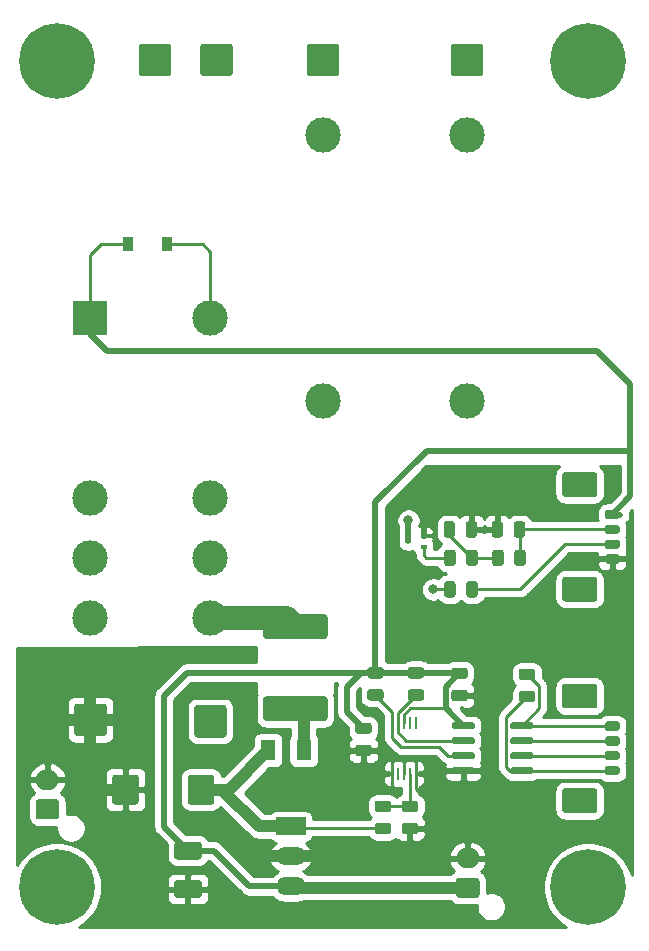
<source format=gtl>
G04 #@! TF.GenerationSoftware,KiCad,Pcbnew,5.1.6+dfsg1-1~bpo9+1*
G04 #@! TF.CreationDate,2022-04-20T22:27:00+02:00*
G04 #@! TF.ProjectId,sdrtrx-powerswitch,73647274-7278-42d7-906f-776572737769,rev?*
G04 #@! TF.SameCoordinates,Original*
G04 #@! TF.FileFunction,Copper,L1,Top*
G04 #@! TF.FilePolarity,Positive*
%FSLAX46Y46*%
G04 Gerber Fmt 4.6, Leading zero omitted, Abs format (unit mm)*
G04 Created by KiCad (PCBNEW 5.1.6+dfsg1-1~bpo9+1) date 2022-04-20 22:27:00*
%MOMM*%
%LPD*%
G01*
G04 APERTURE LIST*
G04 #@! TA.AperFunction,ComponentPad*
%ADD10O,2.000000X1.700000*%
G04 #@! TD*
G04 #@! TA.AperFunction,SMDPad,CuDef*
%ADD11R,1.300000X1.800000*%
G04 #@! TD*
G04 #@! TA.AperFunction,ComponentPad*
%ADD12C,3.000000*%
G04 #@! TD*
G04 #@! TA.AperFunction,ComponentPad*
%ADD13R,3.000000X3.000000*%
G04 #@! TD*
G04 #@! TA.AperFunction,ComponentPad*
%ADD14O,2.500000X1.500000*%
G04 #@! TD*
G04 #@! TA.AperFunction,ComponentPad*
%ADD15R,2.500000X1.500000*%
G04 #@! TD*
G04 #@! TA.AperFunction,SMDPad,CuDef*
%ADD16R,0.900000X1.200000*%
G04 #@! TD*
G04 #@! TA.AperFunction,SMDPad,CuDef*
%ADD17R,0.250000X1.100000*%
G04 #@! TD*
G04 #@! TA.AperFunction,ComponentPad*
%ADD18C,6.400000*%
G04 #@! TD*
G04 #@! TA.AperFunction,SMDPad,CuDef*
%ADD19R,0.510000X0.400000*%
G04 #@! TD*
G04 #@! TA.AperFunction,ViaPad*
%ADD20C,0.800000*%
G04 #@! TD*
G04 #@! TA.AperFunction,Conductor*
%ADD21C,0.254000*%
G04 #@! TD*
G04 #@! TA.AperFunction,Conductor*
%ADD22C,0.508000*%
G04 #@! TD*
G04 #@! TA.AperFunction,Conductor*
%ADD23C,1.016000*%
G04 #@! TD*
G04 #@! TA.AperFunction,Conductor*
%ADD24C,0.250000*%
G04 #@! TD*
G04 #@! TA.AperFunction,Conductor*
%ADD25C,2.032000*%
G04 #@! TD*
G04 APERTURE END LIST*
G04 #@! TA.AperFunction,SMDPad,CuDef*
G36*
G01*
X92725000Y-113825000D02*
X97675000Y-113825000D01*
G75*
G02*
X97925000Y-114075000I0J-250000D01*
G01*
X97925000Y-115675000D01*
G75*
G02*
X97675000Y-115925000I-250000J0D01*
G01*
X92725000Y-115925000D01*
G75*
G02*
X92475000Y-115675000I0J250000D01*
G01*
X92475000Y-114075000D01*
G75*
G02*
X92725000Y-113825000I250000J0D01*
G01*
G37*
G04 #@! TD.AperFunction*
G04 #@! TA.AperFunction,SMDPad,CuDef*
G36*
G01*
X92725000Y-106875000D02*
X97675000Y-106875000D01*
G75*
G02*
X97925000Y-107125000I0J-250000D01*
G01*
X97925000Y-108725000D01*
G75*
G02*
X97675000Y-108975000I-250000J0D01*
G01*
X92725000Y-108975000D01*
G75*
G02*
X92475000Y-108725000I0J250000D01*
G01*
X92475000Y-107125000D01*
G75*
G02*
X92725000Y-106875000I250000J0D01*
G01*
G37*
G04 #@! TD.AperFunction*
D10*
X74200000Y-120900000D03*
G04 #@! TA.AperFunction,ComponentPad*
G36*
G01*
X74950000Y-124250000D02*
X73450000Y-124250000D01*
G75*
G02*
X73200000Y-124000000I0J250000D01*
G01*
X73200000Y-122800000D01*
G75*
G02*
X73450000Y-122550000I250000J0D01*
G01*
X74950000Y-122550000D01*
G75*
G02*
X75200000Y-122800000I0J-250000D01*
G01*
X75200000Y-124000000D01*
G75*
G02*
X74950000Y-124250000I-250000J0D01*
G01*
G37*
G04 #@! TD.AperFunction*
G04 #@! TA.AperFunction,ComponentPad*
G36*
G01*
X81937000Y-61069001D02*
X81937000Y-58818999D01*
G75*
G02*
X82186999Y-58569000I249999J0D01*
G01*
X84437001Y-58569000D01*
G75*
G02*
X84687000Y-58818999I0J-249999D01*
G01*
X84687000Y-61069001D01*
G75*
G02*
X84437001Y-61319000I-249999J0D01*
G01*
X82186999Y-61319000D01*
G75*
G02*
X81937000Y-61069001I0J249999D01*
G01*
G37*
G04 #@! TD.AperFunction*
G04 #@! TA.AperFunction,ComponentPad*
G36*
G01*
X87144000Y-61069001D02*
X87144000Y-58818999D01*
G75*
G02*
X87393999Y-58569000I249999J0D01*
G01*
X89644001Y-58569000D01*
G75*
G02*
X89894000Y-58818999I0J-249999D01*
G01*
X89894000Y-61069001D01*
G75*
G02*
X89644001Y-61319000I-249999J0D01*
G01*
X87393999Y-61319000D01*
G75*
G02*
X87144000Y-61069001I0J249999D01*
G01*
G37*
G04 #@! TD.AperFunction*
G04 #@! TA.AperFunction,ComponentPad*
G36*
G01*
X96161000Y-61069001D02*
X96161000Y-58818999D01*
G75*
G02*
X96410999Y-58569000I249999J0D01*
G01*
X98661001Y-58569000D01*
G75*
G02*
X98911000Y-58818999I0J-249999D01*
G01*
X98911000Y-61069001D01*
G75*
G02*
X98661001Y-61319000I-249999J0D01*
G01*
X96410999Y-61319000D01*
G75*
G02*
X96161000Y-61069001I0J249999D01*
G01*
G37*
G04 #@! TD.AperFunction*
G04 #@! TA.AperFunction,ComponentPad*
G36*
G01*
X108353000Y-61069001D02*
X108353000Y-58818999D01*
G75*
G02*
X108602999Y-58569000I249999J0D01*
G01*
X110853001Y-58569000D01*
G75*
G02*
X111103000Y-58818999I0J-249999D01*
G01*
X111103000Y-61069001D01*
G75*
G02*
X110853001Y-61319000I-249999J0D01*
G01*
X108602999Y-61319000D01*
G75*
G02*
X108353000Y-61069001I0J249999D01*
G01*
G37*
G04 #@! TD.AperFunction*
G04 #@! TA.AperFunction,ComponentPad*
G36*
G01*
X76476000Y-116949001D02*
X76476000Y-114698999D01*
G75*
G02*
X76725999Y-114449000I249999J0D01*
G01*
X78976001Y-114449000D01*
G75*
G02*
X79226000Y-114698999I0J-249999D01*
G01*
X79226000Y-116949001D01*
G75*
G02*
X78976001Y-117199000I-249999J0D01*
G01*
X76725999Y-117199000D01*
G75*
G02*
X76476000Y-116949001I0J249999D01*
G01*
G37*
G04 #@! TD.AperFunction*
G04 #@! TA.AperFunction,ComponentPad*
G36*
G01*
X86636000Y-117076001D02*
X86636000Y-114825999D01*
G75*
G02*
X86885999Y-114576000I249999J0D01*
G01*
X89136001Y-114576000D01*
G75*
G02*
X89386000Y-114825999I0J-249999D01*
G01*
X89386000Y-117076001D01*
G75*
G02*
X89136001Y-117326000I-249999J0D01*
G01*
X86885999Y-117326000D01*
G75*
G02*
X86636000Y-117076001I0J249999D01*
G01*
G37*
G04 #@! TD.AperFunction*
D11*
X95900000Y-118400000D03*
X92900000Y-118400000D03*
D12*
X88011000Y-107188000D03*
X77851000Y-102108000D03*
X88011000Y-97028000D03*
X77851000Y-97028000D03*
X77851000Y-107188000D03*
X88011000Y-102108000D03*
D13*
X77851000Y-81788000D03*
D12*
X88011000Y-81788000D03*
G04 #@! TA.AperFunction,SMDPad,CuDef*
G36*
G01*
X81935500Y-120704499D02*
X81935500Y-122754501D01*
G75*
G02*
X81685501Y-123004500I-249999J0D01*
G01*
X79935499Y-123004500D01*
G75*
G02*
X79685500Y-122754501I0J249999D01*
G01*
X79685500Y-120704499D01*
G75*
G02*
X79935499Y-120454500I249999J0D01*
G01*
X81685501Y-120454500D01*
G75*
G02*
X81935500Y-120704499I0J-249999D01*
G01*
G37*
G04 #@! TD.AperFunction*
G04 #@! TA.AperFunction,SMDPad,CuDef*
G36*
G01*
X88335500Y-120704499D02*
X88335500Y-122754501D01*
G75*
G02*
X88085501Y-123004500I-249999J0D01*
G01*
X86335499Y-123004500D01*
G75*
G02*
X86085500Y-122754501I0J249999D01*
G01*
X86085500Y-120704499D01*
G75*
G02*
X86335499Y-120454500I249999J0D01*
G01*
X88085501Y-120454500D01*
G75*
G02*
X88335500Y-120704499I0J-249999D01*
G01*
G37*
G04 #@! TD.AperFunction*
D10*
X109791500Y-127548000D03*
G04 #@! TA.AperFunction,ComponentPad*
G36*
G01*
X110541500Y-130898000D02*
X109041500Y-130898000D01*
G75*
G02*
X108791500Y-130648000I0J250000D01*
G01*
X108791500Y-129448000D01*
G75*
G02*
X109041500Y-129198000I250000J0D01*
G01*
X110541500Y-129198000D01*
G75*
G02*
X110791500Y-129448000I0J-250000D01*
G01*
X110791500Y-130648000D01*
G75*
G02*
X110541500Y-130898000I-250000J0D01*
G01*
G37*
G04 #@! TD.AperFunction*
D14*
X94805500Y-129921000D03*
X94805500Y-127381000D03*
D15*
X94805500Y-124841000D03*
G04 #@! TA.AperFunction,SMDPad,CuDef*
G36*
G01*
X108770000Y-104318750D02*
X108770000Y-105231250D01*
G75*
G02*
X108526250Y-105475000I-243750J0D01*
G01*
X108038750Y-105475000D01*
G75*
G02*
X107795000Y-105231250I0J243750D01*
G01*
X107795000Y-104318750D01*
G75*
G02*
X108038750Y-104075000I243750J0D01*
G01*
X108526250Y-104075000D01*
G75*
G02*
X108770000Y-104318750I0J-243750D01*
G01*
G37*
G04 #@! TD.AperFunction*
G04 #@! TA.AperFunction,SMDPad,CuDef*
G36*
G01*
X110645000Y-104318750D02*
X110645000Y-105231250D01*
G75*
G02*
X110401250Y-105475000I-243750J0D01*
G01*
X109913750Y-105475000D01*
G75*
G02*
X109670000Y-105231250I0J243750D01*
G01*
X109670000Y-104318750D01*
G75*
G02*
X109913750Y-104075000I243750J0D01*
G01*
X110401250Y-104075000D01*
G75*
G02*
X110645000Y-104318750I0J-243750D01*
G01*
G37*
G04 #@! TD.AperFunction*
G04 #@! TA.AperFunction,SMDPad,CuDef*
G36*
G01*
X85181000Y-129399000D02*
X87031000Y-129399000D01*
G75*
G02*
X87281000Y-129649000I0J-250000D01*
G01*
X87281000Y-130649000D01*
G75*
G02*
X87031000Y-130899000I-250000J0D01*
G01*
X85181000Y-130899000D01*
G75*
G02*
X84931000Y-130649000I0J250000D01*
G01*
X84931000Y-129649000D01*
G75*
G02*
X85181000Y-129399000I250000J0D01*
G01*
G37*
G04 #@! TD.AperFunction*
G04 #@! TA.AperFunction,SMDPad,CuDef*
G36*
G01*
X85181000Y-126149000D02*
X87031000Y-126149000D01*
G75*
G02*
X87281000Y-126399000I0J-250000D01*
G01*
X87281000Y-127399000D01*
G75*
G02*
X87031000Y-127649000I-250000J0D01*
G01*
X85181000Y-127649000D01*
G75*
G02*
X84931000Y-127399000I0J250000D01*
G01*
X84931000Y-126399000D01*
G75*
G02*
X85181000Y-126149000I250000J0D01*
G01*
G37*
G04 #@! TD.AperFunction*
D16*
X84327000Y-75565000D03*
X81027000Y-75565000D03*
G04 #@! TA.AperFunction,SMDPad,CuDef*
G36*
G01*
X114351750Y-113353000D02*
X115264250Y-113353000D01*
G75*
G02*
X115508000Y-113596750I0J-243750D01*
G01*
X115508000Y-114084250D01*
G75*
G02*
X115264250Y-114328000I-243750J0D01*
G01*
X114351750Y-114328000D01*
G75*
G02*
X114108000Y-114084250I0J243750D01*
G01*
X114108000Y-113596750D01*
G75*
G02*
X114351750Y-113353000I243750J0D01*
G01*
G37*
G04 #@! TD.AperFunction*
G04 #@! TA.AperFunction,SMDPad,CuDef*
G36*
G01*
X114351750Y-111478000D02*
X115264250Y-111478000D01*
G75*
G02*
X115508000Y-111721750I0J-243750D01*
G01*
X115508000Y-112209250D01*
G75*
G02*
X115264250Y-112453000I-243750J0D01*
G01*
X114351750Y-112453000D01*
G75*
G02*
X114108000Y-112209250I0J243750D01*
G01*
X114108000Y-111721750D01*
G75*
G02*
X114351750Y-111478000I243750J0D01*
G01*
G37*
G04 #@! TD.AperFunction*
G04 #@! TA.AperFunction,SMDPad,CuDef*
G36*
G01*
X100508750Y-117925000D02*
X101421250Y-117925000D01*
G75*
G02*
X101665000Y-118168750I0J-243750D01*
G01*
X101665000Y-118656250D01*
G75*
G02*
X101421250Y-118900000I-243750J0D01*
G01*
X100508750Y-118900000D01*
G75*
G02*
X100265000Y-118656250I0J243750D01*
G01*
X100265000Y-118168750D01*
G75*
G02*
X100508750Y-117925000I243750J0D01*
G01*
G37*
G04 #@! TD.AperFunction*
G04 #@! TA.AperFunction,SMDPad,CuDef*
G36*
G01*
X100508750Y-116050000D02*
X101421250Y-116050000D01*
G75*
G02*
X101665000Y-116293750I0J-243750D01*
G01*
X101665000Y-116781250D01*
G75*
G02*
X101421250Y-117025000I-243750J0D01*
G01*
X100508750Y-117025000D01*
G75*
G02*
X100265000Y-116781250I0J243750D01*
G01*
X100265000Y-116293750D01*
G75*
G02*
X100508750Y-116050000I243750J0D01*
G01*
G37*
G04 #@! TD.AperFunction*
G04 #@! TA.AperFunction,SMDPad,CuDef*
G36*
G01*
X108636750Y-113274500D02*
X109549250Y-113274500D01*
G75*
G02*
X109793000Y-113518250I0J-243750D01*
G01*
X109793000Y-114005750D01*
G75*
G02*
X109549250Y-114249500I-243750J0D01*
G01*
X108636750Y-114249500D01*
G75*
G02*
X108393000Y-114005750I0J243750D01*
G01*
X108393000Y-113518250D01*
G75*
G02*
X108636750Y-113274500I243750J0D01*
G01*
G37*
G04 #@! TD.AperFunction*
G04 #@! TA.AperFunction,SMDPad,CuDef*
G36*
G01*
X108636750Y-111399500D02*
X109549250Y-111399500D01*
G75*
G02*
X109793000Y-111643250I0J-243750D01*
G01*
X109793000Y-112130750D01*
G75*
G02*
X109549250Y-112374500I-243750J0D01*
G01*
X108636750Y-112374500D01*
G75*
G02*
X108393000Y-112130750I0J243750D01*
G01*
X108393000Y-111643250D01*
G75*
G02*
X108636750Y-111399500I243750J0D01*
G01*
G37*
G04 #@! TD.AperFunction*
G04 #@! TA.AperFunction,SMDPad,CuDef*
G36*
G01*
X109621500Y-100151250D02*
X109621500Y-99238750D01*
G75*
G02*
X109865250Y-98995000I243750J0D01*
G01*
X110352750Y-98995000D01*
G75*
G02*
X110596500Y-99238750I0J-243750D01*
G01*
X110596500Y-100151250D01*
G75*
G02*
X110352750Y-100395000I-243750J0D01*
G01*
X109865250Y-100395000D01*
G75*
G02*
X109621500Y-100151250I0J243750D01*
G01*
G37*
G04 #@! TD.AperFunction*
G04 #@! TA.AperFunction,SMDPad,CuDef*
G36*
G01*
X107746500Y-100151250D02*
X107746500Y-99238750D01*
G75*
G02*
X107990250Y-98995000I243750J0D01*
G01*
X108477750Y-98995000D01*
G75*
G02*
X108721500Y-99238750I0J-243750D01*
G01*
X108721500Y-100151250D01*
G75*
G02*
X108477750Y-100395000I-243750J0D01*
G01*
X107990250Y-100395000D01*
G75*
G02*
X107746500Y-100151250I0J243750D01*
G01*
G37*
G04 #@! TD.AperFunction*
D17*
X103394000Y-116087000D03*
X103894000Y-116087000D03*
X104394000Y-116087000D03*
X104894000Y-116087000D03*
X105394000Y-116087000D03*
X105394000Y-120387000D03*
X104894000Y-120387000D03*
X104394000Y-120387000D03*
X103894000Y-120387000D03*
X103394000Y-120387000D03*
G04 #@! TA.AperFunction,SMDPad,CuDef*
G36*
G01*
X113387000Y-116482000D02*
X113387000Y-116182000D01*
G75*
G02*
X113537000Y-116032000I150000J0D01*
G01*
X115187000Y-116032000D01*
G75*
G02*
X115337000Y-116182000I0J-150000D01*
G01*
X115337000Y-116482000D01*
G75*
G02*
X115187000Y-116632000I-150000J0D01*
G01*
X113537000Y-116632000D01*
G75*
G02*
X113387000Y-116482000I0J150000D01*
G01*
G37*
G04 #@! TD.AperFunction*
G04 #@! TA.AperFunction,SMDPad,CuDef*
G36*
G01*
X113387000Y-117752000D02*
X113387000Y-117452000D01*
G75*
G02*
X113537000Y-117302000I150000J0D01*
G01*
X115187000Y-117302000D01*
G75*
G02*
X115337000Y-117452000I0J-150000D01*
G01*
X115337000Y-117752000D01*
G75*
G02*
X115187000Y-117902000I-150000J0D01*
G01*
X113537000Y-117902000D01*
G75*
G02*
X113387000Y-117752000I0J150000D01*
G01*
G37*
G04 #@! TD.AperFunction*
G04 #@! TA.AperFunction,SMDPad,CuDef*
G36*
G01*
X113387000Y-119022000D02*
X113387000Y-118722000D01*
G75*
G02*
X113537000Y-118572000I150000J0D01*
G01*
X115187000Y-118572000D01*
G75*
G02*
X115337000Y-118722000I0J-150000D01*
G01*
X115337000Y-119022000D01*
G75*
G02*
X115187000Y-119172000I-150000J0D01*
G01*
X113537000Y-119172000D01*
G75*
G02*
X113387000Y-119022000I0J150000D01*
G01*
G37*
G04 #@! TD.AperFunction*
G04 #@! TA.AperFunction,SMDPad,CuDef*
G36*
G01*
X113387000Y-120292000D02*
X113387000Y-119992000D01*
G75*
G02*
X113537000Y-119842000I150000J0D01*
G01*
X115187000Y-119842000D01*
G75*
G02*
X115337000Y-119992000I0J-150000D01*
G01*
X115337000Y-120292000D01*
G75*
G02*
X115187000Y-120442000I-150000J0D01*
G01*
X113537000Y-120442000D01*
G75*
G02*
X113387000Y-120292000I0J150000D01*
G01*
G37*
G04 #@! TD.AperFunction*
G04 #@! TA.AperFunction,SMDPad,CuDef*
G36*
G01*
X108437000Y-120292000D02*
X108437000Y-119992000D01*
G75*
G02*
X108587000Y-119842000I150000J0D01*
G01*
X110237000Y-119842000D01*
G75*
G02*
X110387000Y-119992000I0J-150000D01*
G01*
X110387000Y-120292000D01*
G75*
G02*
X110237000Y-120442000I-150000J0D01*
G01*
X108587000Y-120442000D01*
G75*
G02*
X108437000Y-120292000I0J150000D01*
G01*
G37*
G04 #@! TD.AperFunction*
G04 #@! TA.AperFunction,SMDPad,CuDef*
G36*
G01*
X108437000Y-119022000D02*
X108437000Y-118722000D01*
G75*
G02*
X108587000Y-118572000I150000J0D01*
G01*
X110237000Y-118572000D01*
G75*
G02*
X110387000Y-118722000I0J-150000D01*
G01*
X110387000Y-119022000D01*
G75*
G02*
X110237000Y-119172000I-150000J0D01*
G01*
X108587000Y-119172000D01*
G75*
G02*
X108437000Y-119022000I0J150000D01*
G01*
G37*
G04 #@! TD.AperFunction*
G04 #@! TA.AperFunction,SMDPad,CuDef*
G36*
G01*
X108437000Y-117752000D02*
X108437000Y-117452000D01*
G75*
G02*
X108587000Y-117302000I150000J0D01*
G01*
X110237000Y-117302000D01*
G75*
G02*
X110387000Y-117452000I0J-150000D01*
G01*
X110387000Y-117752000D01*
G75*
G02*
X110237000Y-117902000I-150000J0D01*
G01*
X108587000Y-117902000D01*
G75*
G02*
X108437000Y-117752000I0J150000D01*
G01*
G37*
G04 #@! TD.AperFunction*
G04 #@! TA.AperFunction,SMDPad,CuDef*
G36*
G01*
X108437000Y-116482000D02*
X108437000Y-116182000D01*
G75*
G02*
X108587000Y-116032000I150000J0D01*
G01*
X110237000Y-116032000D01*
G75*
G02*
X110387000Y-116182000I0J-150000D01*
G01*
X110387000Y-116482000D01*
G75*
G02*
X110237000Y-116632000I-150000J0D01*
G01*
X108587000Y-116632000D01*
G75*
G02*
X108437000Y-116482000I0J150000D01*
G01*
G37*
G04 #@! TD.AperFunction*
G04 #@! TA.AperFunction,SMDPad,CuDef*
G36*
G01*
X101524750Y-113226000D02*
X102437250Y-113226000D01*
G75*
G02*
X102681000Y-113469750I0J-243750D01*
G01*
X102681000Y-113957250D01*
G75*
G02*
X102437250Y-114201000I-243750J0D01*
G01*
X101524750Y-114201000D01*
G75*
G02*
X101281000Y-113957250I0J243750D01*
G01*
X101281000Y-113469750D01*
G75*
G02*
X101524750Y-113226000I243750J0D01*
G01*
G37*
G04 #@! TD.AperFunction*
G04 #@! TA.AperFunction,SMDPad,CuDef*
G36*
G01*
X101524750Y-111351000D02*
X102437250Y-111351000D01*
G75*
G02*
X102681000Y-111594750I0J-243750D01*
G01*
X102681000Y-112082250D01*
G75*
G02*
X102437250Y-112326000I-243750J0D01*
G01*
X101524750Y-112326000D01*
G75*
G02*
X101281000Y-112082250I0J243750D01*
G01*
X101281000Y-111594750D01*
G75*
G02*
X101524750Y-111351000I243750J0D01*
G01*
G37*
G04 #@! TD.AperFunction*
G04 #@! TA.AperFunction,SMDPad,CuDef*
G36*
G01*
X104953750Y-113226000D02*
X105866250Y-113226000D01*
G75*
G02*
X106110000Y-113469750I0J-243750D01*
G01*
X106110000Y-113957250D01*
G75*
G02*
X105866250Y-114201000I-243750J0D01*
G01*
X104953750Y-114201000D01*
G75*
G02*
X104710000Y-113957250I0J243750D01*
G01*
X104710000Y-113469750D01*
G75*
G02*
X104953750Y-113226000I243750J0D01*
G01*
G37*
G04 #@! TD.AperFunction*
G04 #@! TA.AperFunction,SMDPad,CuDef*
G36*
G01*
X104953750Y-111351000D02*
X105866250Y-111351000D01*
G75*
G02*
X106110000Y-111594750I0J-243750D01*
G01*
X106110000Y-112082250D01*
G75*
G02*
X105866250Y-112326000I-243750J0D01*
G01*
X104953750Y-112326000D01*
G75*
G02*
X104710000Y-112082250I0J243750D01*
G01*
X104710000Y-111594750D01*
G75*
G02*
X104953750Y-111351000I243750J0D01*
G01*
G37*
G04 #@! TD.AperFunction*
G04 #@! TA.AperFunction,SMDPad,CuDef*
G36*
G01*
X104445750Y-124529000D02*
X105358250Y-124529000D01*
G75*
G02*
X105602000Y-124772750I0J-243750D01*
G01*
X105602000Y-125260250D01*
G75*
G02*
X105358250Y-125504000I-243750J0D01*
G01*
X104445750Y-125504000D01*
G75*
G02*
X104202000Y-125260250I0J243750D01*
G01*
X104202000Y-124772750D01*
G75*
G02*
X104445750Y-124529000I243750J0D01*
G01*
G37*
G04 #@! TD.AperFunction*
G04 #@! TA.AperFunction,SMDPad,CuDef*
G36*
G01*
X104445750Y-122654000D02*
X105358250Y-122654000D01*
G75*
G02*
X105602000Y-122897750I0J-243750D01*
G01*
X105602000Y-123385250D01*
G75*
G02*
X105358250Y-123629000I-243750J0D01*
G01*
X104445750Y-123629000D01*
G75*
G02*
X104202000Y-123385250I0J243750D01*
G01*
X104202000Y-122897750D01*
G75*
G02*
X104445750Y-122654000I243750J0D01*
G01*
G37*
G04 #@! TD.AperFunction*
G04 #@! TA.AperFunction,SMDPad,CuDef*
G36*
G01*
X103072250Y-123629000D02*
X102159750Y-123629000D01*
G75*
G02*
X101916000Y-123385250I0J243750D01*
G01*
X101916000Y-122897750D01*
G75*
G02*
X102159750Y-122654000I243750J0D01*
G01*
X103072250Y-122654000D01*
G75*
G02*
X103316000Y-122897750I0J-243750D01*
G01*
X103316000Y-123385250D01*
G75*
G02*
X103072250Y-123629000I-243750J0D01*
G01*
G37*
G04 #@! TD.AperFunction*
G04 #@! TA.AperFunction,SMDPad,CuDef*
G36*
G01*
X103072250Y-125504000D02*
X102159750Y-125504000D01*
G75*
G02*
X101916000Y-125260250I0J243750D01*
G01*
X101916000Y-124772750D01*
G75*
G02*
X102159750Y-124529000I243750J0D01*
G01*
X103072250Y-124529000D01*
G75*
G02*
X103316000Y-124772750I0J-243750D01*
G01*
X103316000Y-125260250D01*
G75*
G02*
X103072250Y-125504000I-243750J0D01*
G01*
G37*
G04 #@! TD.AperFunction*
G04 #@! TA.AperFunction,SMDPad,CuDef*
G36*
G01*
X109670000Y-102564250D02*
X109670000Y-101651750D01*
G75*
G02*
X109913750Y-101408000I243750J0D01*
G01*
X110401250Y-101408000D01*
G75*
G02*
X110645000Y-101651750I0J-243750D01*
G01*
X110645000Y-102564250D01*
G75*
G02*
X110401250Y-102808000I-243750J0D01*
G01*
X109913750Y-102808000D01*
G75*
G02*
X109670000Y-102564250I0J243750D01*
G01*
G37*
G04 #@! TD.AperFunction*
G04 #@! TA.AperFunction,SMDPad,CuDef*
G36*
G01*
X107795000Y-102564250D02*
X107795000Y-101651750D01*
G75*
G02*
X108038750Y-101408000I243750J0D01*
G01*
X108526250Y-101408000D01*
G75*
G02*
X108770000Y-101651750I0J-243750D01*
G01*
X108770000Y-102564250D01*
G75*
G02*
X108526250Y-102808000I-243750J0D01*
G01*
X108038750Y-102808000D01*
G75*
G02*
X107795000Y-102564250I0J243750D01*
G01*
G37*
G04 #@! TD.AperFunction*
G04 #@! TA.AperFunction,SMDPad,CuDef*
G36*
G01*
X112785500Y-99238750D02*
X112785500Y-100151250D01*
G75*
G02*
X112541750Y-100395000I-243750J0D01*
G01*
X112054250Y-100395000D01*
G75*
G02*
X111810500Y-100151250I0J243750D01*
G01*
X111810500Y-99238750D01*
G75*
G02*
X112054250Y-98995000I243750J0D01*
G01*
X112541750Y-98995000D01*
G75*
G02*
X112785500Y-99238750I0J-243750D01*
G01*
G37*
G04 #@! TD.AperFunction*
G04 #@! TA.AperFunction,SMDPad,CuDef*
G36*
G01*
X114660500Y-99238750D02*
X114660500Y-100151250D01*
G75*
G02*
X114416750Y-100395000I-243750J0D01*
G01*
X113929250Y-100395000D01*
G75*
G02*
X113685500Y-100151250I0J243750D01*
G01*
X113685500Y-99238750D01*
G75*
G02*
X113929250Y-98995000I243750J0D01*
G01*
X114416750Y-98995000D01*
G75*
G02*
X114660500Y-99238750I0J-243750D01*
G01*
G37*
G04 #@! TD.AperFunction*
G04 #@! TA.AperFunction,SMDPad,CuDef*
G36*
G01*
X113734000Y-102564250D02*
X113734000Y-101651750D01*
G75*
G02*
X113977750Y-101408000I243750J0D01*
G01*
X114465250Y-101408000D01*
G75*
G02*
X114709000Y-101651750I0J-243750D01*
G01*
X114709000Y-102564250D01*
G75*
G02*
X114465250Y-102808000I-243750J0D01*
G01*
X113977750Y-102808000D01*
G75*
G02*
X113734000Y-102564250I0J243750D01*
G01*
G37*
G04 #@! TD.AperFunction*
G04 #@! TA.AperFunction,SMDPad,CuDef*
G36*
G01*
X111859000Y-102564250D02*
X111859000Y-101651750D01*
G75*
G02*
X112102750Y-101408000I243750J0D01*
G01*
X112590250Y-101408000D01*
G75*
G02*
X112834000Y-101651750I0J-243750D01*
G01*
X112834000Y-102564250D01*
G75*
G02*
X112590250Y-102808000I-243750J0D01*
G01*
X112102750Y-102808000D01*
G75*
G02*
X111859000Y-102564250I0J243750D01*
G01*
G37*
G04 #@! TD.AperFunction*
G04 #@! TA.AperFunction,SMDPad,CuDef*
G36*
G01*
X118027000Y-121612000D02*
X120527000Y-121612000D01*
G75*
G02*
X120777000Y-121862000I0J-250000D01*
G01*
X120777000Y-123462000D01*
G75*
G02*
X120527000Y-123712000I-250000J0D01*
G01*
X118027000Y-123712000D01*
G75*
G02*
X117777000Y-123462000I0J250000D01*
G01*
X117777000Y-121862000D01*
G75*
G02*
X118027000Y-121612000I250000J0D01*
G01*
G37*
G04 #@! TD.AperFunction*
G04 #@! TA.AperFunction,SMDPad,CuDef*
G36*
G01*
X118027000Y-112762000D02*
X120527000Y-112762000D01*
G75*
G02*
X120777000Y-113012000I0J-250000D01*
G01*
X120777000Y-114612000D01*
G75*
G02*
X120527000Y-114862000I-250000J0D01*
G01*
X118027000Y-114862000D01*
G75*
G02*
X117777000Y-114612000I0J250000D01*
G01*
X117777000Y-113012000D01*
G75*
G02*
X118027000Y-112762000I250000J0D01*
G01*
G37*
G04 #@! TD.AperFunction*
G04 #@! TA.AperFunction,SMDPad,CuDef*
G36*
G01*
X121577000Y-119712000D02*
X122477000Y-119712000D01*
G75*
G02*
X122677000Y-119912000I0J-200000D01*
G01*
X122677000Y-120312000D01*
G75*
G02*
X122477000Y-120512000I-200000J0D01*
G01*
X121577000Y-120512000D01*
G75*
G02*
X121377000Y-120312000I0J200000D01*
G01*
X121377000Y-119912000D01*
G75*
G02*
X121577000Y-119712000I200000J0D01*
G01*
G37*
G04 #@! TD.AperFunction*
G04 #@! TA.AperFunction,SMDPad,CuDef*
G36*
G01*
X121577000Y-118462000D02*
X122477000Y-118462000D01*
G75*
G02*
X122677000Y-118662000I0J-200000D01*
G01*
X122677000Y-119062000D01*
G75*
G02*
X122477000Y-119262000I-200000J0D01*
G01*
X121577000Y-119262000D01*
G75*
G02*
X121377000Y-119062000I0J200000D01*
G01*
X121377000Y-118662000D01*
G75*
G02*
X121577000Y-118462000I200000J0D01*
G01*
G37*
G04 #@! TD.AperFunction*
G04 #@! TA.AperFunction,SMDPad,CuDef*
G36*
G01*
X121577000Y-117212000D02*
X122477000Y-117212000D01*
G75*
G02*
X122677000Y-117412000I0J-200000D01*
G01*
X122677000Y-117812000D01*
G75*
G02*
X122477000Y-118012000I-200000J0D01*
G01*
X121577000Y-118012000D01*
G75*
G02*
X121377000Y-117812000I0J200000D01*
G01*
X121377000Y-117412000D01*
G75*
G02*
X121577000Y-117212000I200000J0D01*
G01*
G37*
G04 #@! TD.AperFunction*
G04 #@! TA.AperFunction,SMDPad,CuDef*
G36*
G01*
X121577000Y-115962000D02*
X122477000Y-115962000D01*
G75*
G02*
X122677000Y-116162000I0J-200000D01*
G01*
X122677000Y-116562000D01*
G75*
G02*
X122477000Y-116762000I-200000J0D01*
G01*
X121577000Y-116762000D01*
G75*
G02*
X121377000Y-116562000I0J200000D01*
G01*
X121377000Y-116162000D01*
G75*
G02*
X121577000Y-115962000I200000J0D01*
G01*
G37*
G04 #@! TD.AperFunction*
D12*
X97536000Y-88794000D03*
X97536000Y-66294000D03*
X109728000Y-88794000D03*
X109728000Y-66294000D03*
D18*
X120000000Y-130000000D03*
X120000000Y-60000000D03*
X75000000Y-60000000D03*
X75000000Y-130000000D03*
D19*
X106055000Y-100211000D03*
X104765000Y-100711000D03*
X106055000Y-101211000D03*
G04 #@! TA.AperFunction,SMDPad,CuDef*
G36*
G01*
X118027000Y-103705000D02*
X120527000Y-103705000D01*
G75*
G02*
X120777000Y-103955000I0J-250000D01*
G01*
X120777000Y-105555000D01*
G75*
G02*
X120527000Y-105805000I-250000J0D01*
G01*
X118027000Y-105805000D01*
G75*
G02*
X117777000Y-105555000I0J250000D01*
G01*
X117777000Y-103955000D01*
G75*
G02*
X118027000Y-103705000I250000J0D01*
G01*
G37*
G04 #@! TD.AperFunction*
G04 #@! TA.AperFunction,SMDPad,CuDef*
G36*
G01*
X118027000Y-94855000D02*
X120527000Y-94855000D01*
G75*
G02*
X120777000Y-95105000I0J-250000D01*
G01*
X120777000Y-96705000D01*
G75*
G02*
X120527000Y-96955000I-250000J0D01*
G01*
X118027000Y-96955000D01*
G75*
G02*
X117777000Y-96705000I0J250000D01*
G01*
X117777000Y-95105000D01*
G75*
G02*
X118027000Y-94855000I250000J0D01*
G01*
G37*
G04 #@! TD.AperFunction*
G04 #@! TA.AperFunction,SMDPad,CuDef*
G36*
G01*
X121577000Y-101805000D02*
X122477000Y-101805000D01*
G75*
G02*
X122677000Y-102005000I0J-200000D01*
G01*
X122677000Y-102405000D01*
G75*
G02*
X122477000Y-102605000I-200000J0D01*
G01*
X121577000Y-102605000D01*
G75*
G02*
X121377000Y-102405000I0J200000D01*
G01*
X121377000Y-102005000D01*
G75*
G02*
X121577000Y-101805000I200000J0D01*
G01*
G37*
G04 #@! TD.AperFunction*
G04 #@! TA.AperFunction,SMDPad,CuDef*
G36*
G01*
X121577000Y-100555000D02*
X122477000Y-100555000D01*
G75*
G02*
X122677000Y-100755000I0J-200000D01*
G01*
X122677000Y-101155000D01*
G75*
G02*
X122477000Y-101355000I-200000J0D01*
G01*
X121577000Y-101355000D01*
G75*
G02*
X121377000Y-101155000I0J200000D01*
G01*
X121377000Y-100755000D01*
G75*
G02*
X121577000Y-100555000I200000J0D01*
G01*
G37*
G04 #@! TD.AperFunction*
G04 #@! TA.AperFunction,SMDPad,CuDef*
G36*
G01*
X121577000Y-99305000D02*
X122477000Y-99305000D01*
G75*
G02*
X122677000Y-99505000I0J-200000D01*
G01*
X122677000Y-99905000D01*
G75*
G02*
X122477000Y-100105000I-200000J0D01*
G01*
X121577000Y-100105000D01*
G75*
G02*
X121377000Y-99905000I0J200000D01*
G01*
X121377000Y-99505000D01*
G75*
G02*
X121577000Y-99305000I200000J0D01*
G01*
G37*
G04 #@! TD.AperFunction*
G04 #@! TA.AperFunction,SMDPad,CuDef*
G36*
G01*
X121577000Y-98055000D02*
X122477000Y-98055000D01*
G75*
G02*
X122677000Y-98255000I0J-200000D01*
G01*
X122677000Y-98655000D01*
G75*
G02*
X122477000Y-98855000I-200000J0D01*
G01*
X121577000Y-98855000D01*
G75*
G02*
X121377000Y-98655000I0J200000D01*
G01*
X121377000Y-98255000D01*
G75*
G02*
X121577000Y-98055000I200000J0D01*
G01*
G37*
G04 #@! TD.AperFunction*
D20*
X106870500Y-104775000D03*
X104775000Y-98933000D03*
D21*
X109791596Y-120142000D02*
X109412000Y-120142000D01*
D22*
X100965000Y-120142000D02*
X101210000Y-120387000D01*
D21*
X105394000Y-120387000D02*
X105394000Y-119237000D01*
X105394000Y-119237000D02*
X105219500Y-119062500D01*
X105219500Y-119062500D02*
X104521000Y-119062500D01*
X104394000Y-119189500D02*
X104394000Y-120387000D01*
X104521000Y-119062500D02*
X104394000Y-119189500D01*
X104394000Y-119189500D02*
X104203500Y-118999000D01*
X104203500Y-118999000D02*
X103568500Y-118999000D01*
X103394000Y-119173500D02*
X103394000Y-120387000D01*
X103568500Y-118999000D02*
X103394000Y-119173500D01*
X105394000Y-120387000D02*
X106181000Y-120387000D01*
X103394000Y-120387000D02*
X102244000Y-120387000D01*
X103394000Y-120387000D02*
X103394000Y-121650000D01*
X103394000Y-121650000D02*
X103251000Y-121793000D01*
X105394000Y-120387000D02*
X105394000Y-121650000D01*
X105394000Y-121650000D02*
X105600500Y-121856500D01*
D23*
X94805500Y-127381000D02*
X98552000Y-127381000D01*
X94805500Y-127381000D02*
X91948000Y-127381000D01*
X77851000Y-115824000D02*
X77851000Y-121412000D01*
X78168500Y-121729500D02*
X80810500Y-121729500D01*
X77851000Y-121412000D02*
X78168500Y-121729500D01*
X77851000Y-115824000D02*
X73660000Y-115824000D01*
X77851000Y-115824000D02*
X81407000Y-115824000D01*
X77851000Y-115824000D02*
X77851000Y-113157000D01*
D22*
X100965000Y-116537500D02*
X99568000Y-115140500D01*
X99568000Y-115140500D02*
X99568000Y-113030000D01*
X100759500Y-111838500D02*
X101981000Y-111838500D01*
X99568000Y-113030000D02*
X100759500Y-111838500D01*
X101981000Y-111838500D02*
X105410000Y-111838500D01*
X109044500Y-111838500D02*
X109093000Y-111887000D01*
X105410000Y-111838500D02*
X109044500Y-111838500D01*
X107938990Y-113041010D02*
X107938990Y-114858990D01*
X107938990Y-114858990D02*
X109412000Y-116332000D01*
X109093000Y-111887000D02*
X107938990Y-113041010D01*
D21*
X104906576Y-114858990D02*
X107938990Y-114858990D01*
X104394000Y-115371566D02*
X104906576Y-114858990D01*
X104394000Y-116087000D02*
X104394000Y-115371566D01*
D22*
X86106000Y-126899000D02*
X84074000Y-124867000D01*
X84074000Y-124867000D02*
X84074000Y-113792000D01*
X86027500Y-111838500D02*
X101981000Y-111838500D01*
X84074000Y-113792000D02*
X86027500Y-111838500D01*
X122677000Y-98455000D02*
X122027000Y-98455000D01*
X123571000Y-96911000D02*
X122027000Y-98455000D01*
X86106000Y-126899000D02*
X88291000Y-126899000D01*
X91313000Y-129921000D02*
X94805500Y-129921000D01*
X88291000Y-126899000D02*
X91313000Y-129921000D01*
D23*
X94932500Y-130048000D02*
X94805500Y-129921000D01*
X109791500Y-130048000D02*
X94932500Y-130048000D01*
D21*
X81027000Y-75565000D02*
X78740000Y-75565000D01*
X77851000Y-76454000D02*
X77851000Y-77597000D01*
X78740000Y-75565000D02*
X77851000Y-76454000D01*
X77851000Y-77597000D02*
X77851000Y-77470000D01*
X77851000Y-81788000D02*
X77851000Y-77597000D01*
D22*
X77851000Y-81788000D02*
X77851000Y-83185000D01*
X77851000Y-83185000D02*
X79248000Y-84582000D01*
X79248000Y-84582000D02*
X120777000Y-84582000D01*
X120777000Y-84582000D02*
X123571000Y-87376000D01*
X123571000Y-87376000D02*
X123571000Y-87630000D01*
X101981000Y-111838500D02*
X101981000Y-97419000D01*
X106371000Y-93029000D02*
X123571000Y-93029000D01*
X123571000Y-93029000D02*
X123571000Y-96911000D01*
X101981000Y-97419000D02*
X106371000Y-93029000D01*
X123571000Y-87630000D02*
X123571000Y-93029000D01*
D24*
X88011000Y-105918000D02*
X88011000Y-107188000D01*
D22*
X88014000Y-115954000D02*
X88011000Y-115951000D01*
D21*
X108282500Y-104775000D02*
X106870500Y-104775000D01*
D25*
X94463000Y-107188000D02*
X95200000Y-107925000D01*
X88011000Y-107188000D02*
X94463000Y-107188000D01*
D21*
X87376000Y-75565000D02*
X84327000Y-75565000D01*
X88011000Y-76200000D02*
X87376000Y-75565000D01*
X88011000Y-81788000D02*
X88011000Y-76200000D01*
D22*
X104775000Y-100701000D02*
X104765000Y-100711000D01*
X104775000Y-98933000D02*
X104775000Y-100701000D01*
D21*
X122027000Y-100955000D02*
X118056500Y-100955000D01*
X114236500Y-104775000D02*
X110157500Y-104775000D01*
X118056500Y-100955000D02*
X114236500Y-104775000D01*
X108282500Y-102108000D02*
X106299000Y-102108000D01*
X106055000Y-101864000D02*
X106055000Y-101211000D01*
X106299000Y-102108000D02*
X106055000Y-101864000D01*
X94981000Y-125016500D02*
X94805500Y-124841000D01*
X102616000Y-125016500D02*
X94981000Y-125016500D01*
D23*
X87210500Y-121729500D02*
X89027000Y-121729500D01*
X92138500Y-124841000D02*
X94805500Y-124841000D01*
X89027000Y-121729500D02*
X92138500Y-124841000D01*
X89570500Y-121729500D02*
X92900000Y-118400000D01*
X89027000Y-121729500D02*
X89570500Y-121729500D01*
D21*
X114183000Y-99705000D02*
X114173000Y-99695000D01*
X122027000Y-99705000D02*
X114183000Y-99705000D01*
X114221500Y-99743500D02*
X114173000Y-99695000D01*
X114221500Y-102108000D02*
X114221500Y-99743500D01*
X121997000Y-120142000D02*
X122027000Y-120112000D01*
X114362000Y-120142000D02*
X121997000Y-120142000D01*
X113387000Y-120142000D02*
X114362000Y-120142000D01*
X113059990Y-119814990D02*
X113387000Y-120142000D01*
X113059990Y-115588510D02*
X113059990Y-119814990D01*
X114808000Y-113840500D02*
X113059990Y-115588510D01*
X114372000Y-118862000D02*
X114362000Y-118872000D01*
X122027000Y-118862000D02*
X114372000Y-118862000D01*
X122017000Y-117602000D02*
X122027000Y-117612000D01*
X114362000Y-117602000D02*
X122017000Y-117602000D01*
X114392000Y-116362000D02*
X114362000Y-116332000D01*
X122027000Y-116362000D02*
X114392000Y-116362000D01*
X115835010Y-114858990D02*
X114362000Y-116332000D01*
X115835010Y-112992510D02*
X115835010Y-114858990D01*
X114808000Y-111965500D02*
X115835010Y-112992510D01*
X112346500Y-102108000D02*
X110157500Y-102108000D01*
X108234000Y-100184500D02*
X108234000Y-99695000D01*
X110157500Y-102108000D02*
X108234000Y-100184500D01*
X104894000Y-123133500D02*
X104902000Y-123141500D01*
X104894000Y-120387000D02*
X104894000Y-123133500D01*
X102616000Y-123141500D02*
X104902000Y-123141500D01*
X104605000Y-117602000D02*
X109412000Y-117602000D01*
X103894000Y-116891000D02*
X104605000Y-117602000D01*
X103894000Y-116087000D02*
X103894000Y-116891000D01*
X103894000Y-115229500D02*
X103894000Y-116087000D01*
X105410000Y-113713500D02*
X103894000Y-115229500D01*
X103394000Y-115126500D02*
X101981000Y-113713500D01*
X103394000Y-116087000D02*
X103394000Y-115126500D01*
X109412000Y-118872000D02*
X108140500Y-118872000D01*
X108140500Y-118872000D02*
X107378500Y-118110000D01*
X104140000Y-118110000D02*
X103394000Y-117364000D01*
X107378500Y-118110000D02*
X104140000Y-118110000D01*
X103394000Y-117364000D02*
X103394000Y-116087000D01*
D23*
X95900000Y-115575000D02*
X95200000Y-114875000D01*
X95900000Y-118400000D02*
X95900000Y-115575000D01*
D21*
G36*
X117533614Y-94366595D02*
G01*
X117399038Y-94477038D01*
X117288595Y-94611614D01*
X117206528Y-94765150D01*
X117155992Y-94931746D01*
X117138928Y-95105000D01*
X117138928Y-96705000D01*
X117155992Y-96878254D01*
X117206528Y-97044850D01*
X117288595Y-97198386D01*
X117399038Y-97332962D01*
X117533614Y-97443405D01*
X117687150Y-97525472D01*
X117853746Y-97576008D01*
X118027000Y-97593072D01*
X120527000Y-97593072D01*
X120700254Y-97576008D01*
X120866850Y-97525472D01*
X121020386Y-97443405D01*
X121154962Y-97332962D01*
X121265405Y-97198386D01*
X121347472Y-97044850D01*
X121398008Y-96878254D01*
X121415072Y-96705000D01*
X121415072Y-95105000D01*
X121398008Y-94931746D01*
X121347472Y-94765150D01*
X121265405Y-94611614D01*
X121154962Y-94477038D01*
X121020386Y-94366595D01*
X121009919Y-94361000D01*
X122682000Y-94361000D01*
X122682001Y-96542763D01*
X121807837Y-97416928D01*
X121577000Y-97416928D01*
X121413500Y-97433031D01*
X121256284Y-97480722D01*
X121111392Y-97558169D01*
X120984394Y-97662394D01*
X120880169Y-97789392D01*
X120802722Y-97934284D01*
X120755031Y-98091500D01*
X120738928Y-98255000D01*
X120738928Y-98655000D01*
X120755031Y-98818500D01*
X120792798Y-98943000D01*
X115244099Y-98943000D01*
X115231447Y-98901291D01*
X115149958Y-98748836D01*
X115040292Y-98615208D01*
X114906664Y-98505542D01*
X114754209Y-98424053D01*
X114588785Y-98373872D01*
X114416750Y-98356928D01*
X113929250Y-98356928D01*
X113757215Y-98373872D01*
X113591791Y-98424053D01*
X113439336Y-98505542D01*
X113305708Y-98615208D01*
X113300492Y-98621564D01*
X113236685Y-98543815D01*
X113139994Y-98464463D01*
X113029680Y-98405498D01*
X112909982Y-98369188D01*
X112785500Y-98356928D01*
X112583750Y-98360000D01*
X112425000Y-98518750D01*
X112425000Y-99568000D01*
X112445000Y-99568000D01*
X112445000Y-99822000D01*
X112425000Y-99822000D01*
X112425000Y-99842000D01*
X112171000Y-99842000D01*
X112171000Y-99822000D01*
X111334250Y-99822000D01*
X111203500Y-99952750D01*
X111072750Y-99822000D01*
X110236000Y-99822000D01*
X110236000Y-99842000D01*
X109982000Y-99842000D01*
X109982000Y-99822000D01*
X109962000Y-99822000D01*
X109962000Y-99568000D01*
X109982000Y-99568000D01*
X109982000Y-98518750D01*
X110236000Y-98518750D01*
X110236000Y-99568000D01*
X111072750Y-99568000D01*
X111203500Y-99437250D01*
X111334250Y-99568000D01*
X112171000Y-99568000D01*
X112171000Y-98518750D01*
X112012250Y-98360000D01*
X111810500Y-98356928D01*
X111686018Y-98369188D01*
X111566320Y-98405498D01*
X111456006Y-98464463D01*
X111359315Y-98543815D01*
X111279963Y-98640506D01*
X111220998Y-98750820D01*
X111203500Y-98808503D01*
X111186002Y-98750820D01*
X111127037Y-98640506D01*
X111047685Y-98543815D01*
X110950994Y-98464463D01*
X110840680Y-98405498D01*
X110720982Y-98369188D01*
X110596500Y-98356928D01*
X110394750Y-98360000D01*
X110236000Y-98518750D01*
X109982000Y-98518750D01*
X109823250Y-98360000D01*
X109621500Y-98356928D01*
X109497018Y-98369188D01*
X109377320Y-98405498D01*
X109267006Y-98464463D01*
X109170315Y-98543815D01*
X109106508Y-98621564D01*
X109101292Y-98615208D01*
X108967664Y-98505542D01*
X108815209Y-98424053D01*
X108649785Y-98373872D01*
X108477750Y-98356928D01*
X107990250Y-98356928D01*
X107818215Y-98373872D01*
X107652791Y-98424053D01*
X107500336Y-98505542D01*
X107366708Y-98615208D01*
X107257042Y-98748836D01*
X107175553Y-98901291D01*
X107125372Y-99066715D01*
X107108428Y-99238750D01*
X107108428Y-100151250D01*
X107125372Y-100323285D01*
X107175553Y-100488709D01*
X107257042Y-100641164D01*
X107366708Y-100774792D01*
X107500336Y-100884458D01*
X107556469Y-100914462D01*
X107548836Y-100918542D01*
X107415208Y-101028208D01*
X107305542Y-101161836D01*
X107224053Y-101314291D01*
X107214434Y-101346000D01*
X106948072Y-101346000D01*
X106948072Y-101011000D01*
X106935812Y-100886518D01*
X106899502Y-100766820D01*
X106869789Y-100711233D01*
X106892507Y-100671426D01*
X106932121Y-100552780D01*
X106945000Y-100442750D01*
X106786250Y-100284000D01*
X106182000Y-100284000D01*
X106182000Y-100358000D01*
X105928000Y-100358000D01*
X105928000Y-100284000D01*
X105908000Y-100284000D01*
X105908000Y-100138000D01*
X105928000Y-100138000D01*
X105928000Y-99534750D01*
X106182000Y-99534750D01*
X106182000Y-100138000D01*
X106786250Y-100138000D01*
X106945000Y-99979250D01*
X106932121Y-99869220D01*
X106892507Y-99750574D01*
X106830508Y-99641937D01*
X106748505Y-99547482D01*
X106649652Y-99470840D01*
X106537746Y-99414957D01*
X106417087Y-99381978D01*
X106340750Y-99376000D01*
X106182000Y-99534750D01*
X105928000Y-99534750D01*
X105769250Y-99376000D01*
X105709853Y-99380651D01*
X105770226Y-99234898D01*
X105810000Y-99034939D01*
X105810000Y-98831061D01*
X105770226Y-98631102D01*
X105692205Y-98442744D01*
X105578937Y-98273226D01*
X105434774Y-98129063D01*
X105265256Y-98015795D01*
X105076898Y-97937774D01*
X104876939Y-97898000D01*
X104673061Y-97898000D01*
X104473102Y-97937774D01*
X104284744Y-98015795D01*
X104115226Y-98129063D01*
X103971063Y-98273226D01*
X103857795Y-98442744D01*
X103779774Y-98631102D01*
X103740000Y-98831061D01*
X103740000Y-99034939D01*
X103779774Y-99234898D01*
X103857795Y-99423256D01*
X103886000Y-99465468D01*
X103886001Y-100380542D01*
X103884188Y-100386518D01*
X103871928Y-100511000D01*
X103871928Y-100708685D01*
X103871700Y-100711000D01*
X103871928Y-100713315D01*
X103871928Y-100911000D01*
X103884188Y-101035482D01*
X103920498Y-101155180D01*
X103979463Y-101265494D01*
X104058815Y-101362185D01*
X104155506Y-101441537D01*
X104265820Y-101500502D01*
X104385518Y-101536812D01*
X104443729Y-101542545D01*
X104590726Y-101587136D01*
X104765000Y-101604300D01*
X104939274Y-101587136D01*
X105086271Y-101542545D01*
X105144482Y-101536812D01*
X105173453Y-101528024D01*
X105174188Y-101535482D01*
X105210498Y-101655180D01*
X105269463Y-101765494D01*
X105293000Y-101794174D01*
X105293000Y-101826577D01*
X105289314Y-101864000D01*
X105293000Y-101901423D01*
X105293000Y-101901425D01*
X105304026Y-102013377D01*
X105347598Y-102157014D01*
X105347599Y-102157015D01*
X105418355Y-102289392D01*
X105442062Y-102318279D01*
X105513578Y-102405422D01*
X105542654Y-102429284D01*
X105733716Y-102620346D01*
X105757578Y-102649422D01*
X105873608Y-102744645D01*
X106005985Y-102815402D01*
X106149622Y-102858974D01*
X106261574Y-102870000D01*
X106261576Y-102870000D01*
X106298999Y-102873686D01*
X106336422Y-102870000D01*
X107214434Y-102870000D01*
X107224053Y-102901709D01*
X107305542Y-103054164D01*
X107415208Y-103187792D01*
X107548836Y-103297458D01*
X107701291Y-103378947D01*
X107866715Y-103429128D01*
X107992330Y-103441500D01*
X107866715Y-103453872D01*
X107701291Y-103504053D01*
X107548836Y-103585542D01*
X107415208Y-103695208D01*
X107305542Y-103828836D01*
X107302878Y-103833821D01*
X107172398Y-103779774D01*
X106972439Y-103740000D01*
X106768561Y-103740000D01*
X106568602Y-103779774D01*
X106380244Y-103857795D01*
X106210726Y-103971063D01*
X106066563Y-104115226D01*
X105953295Y-104284744D01*
X105875274Y-104473102D01*
X105835500Y-104673061D01*
X105835500Y-104876939D01*
X105875274Y-105076898D01*
X105953295Y-105265256D01*
X106066563Y-105434774D01*
X106210726Y-105578937D01*
X106380244Y-105692205D01*
X106568602Y-105770226D01*
X106768561Y-105810000D01*
X106972439Y-105810000D01*
X107172398Y-105770226D01*
X107302878Y-105716179D01*
X107305542Y-105721164D01*
X107415208Y-105854792D01*
X107548836Y-105964458D01*
X107701291Y-106045947D01*
X107866715Y-106096128D01*
X108038750Y-106113072D01*
X108526250Y-106113072D01*
X108698285Y-106096128D01*
X108863709Y-106045947D01*
X109016164Y-105964458D01*
X109149792Y-105854792D01*
X109220000Y-105769244D01*
X109290208Y-105854792D01*
X109423836Y-105964458D01*
X109576291Y-106045947D01*
X109741715Y-106096128D01*
X109913750Y-106113072D01*
X110401250Y-106113072D01*
X110573285Y-106096128D01*
X110738709Y-106045947D01*
X110891164Y-105964458D01*
X111024792Y-105854792D01*
X111134458Y-105721164D01*
X111215947Y-105568709D01*
X111225566Y-105537000D01*
X114199077Y-105537000D01*
X114236500Y-105540686D01*
X114273923Y-105537000D01*
X114273926Y-105537000D01*
X114385878Y-105525974D01*
X114529515Y-105482402D01*
X114661892Y-105411645D01*
X114777922Y-105316422D01*
X114801784Y-105287346D01*
X116134130Y-103955000D01*
X117138928Y-103955000D01*
X117138928Y-105555000D01*
X117155992Y-105728254D01*
X117206528Y-105894850D01*
X117288595Y-106048386D01*
X117399038Y-106182962D01*
X117533614Y-106293405D01*
X117687150Y-106375472D01*
X117853746Y-106426008D01*
X118027000Y-106443072D01*
X120527000Y-106443072D01*
X120700254Y-106426008D01*
X120866850Y-106375472D01*
X121020386Y-106293405D01*
X121154962Y-106182962D01*
X121265405Y-106048386D01*
X121347472Y-105894850D01*
X121398008Y-105728254D01*
X121415072Y-105555000D01*
X121415072Y-103955000D01*
X121398008Y-103781746D01*
X121347472Y-103615150D01*
X121265405Y-103461614D01*
X121154962Y-103327038D01*
X121020386Y-103216595D01*
X120866850Y-103134528D01*
X120700254Y-103083992D01*
X120527000Y-103066928D01*
X118027000Y-103066928D01*
X117853746Y-103083992D01*
X117687150Y-103134528D01*
X117533614Y-103216595D01*
X117399038Y-103327038D01*
X117288595Y-103461614D01*
X117206528Y-103615150D01*
X117155992Y-103781746D01*
X117138928Y-103955000D01*
X116134130Y-103955000D01*
X117484130Y-102605000D01*
X120738928Y-102605000D01*
X120751188Y-102729482D01*
X120787498Y-102849180D01*
X120846463Y-102959494D01*
X120925815Y-103056185D01*
X121022506Y-103135537D01*
X121132820Y-103194502D01*
X121252518Y-103230812D01*
X121377000Y-103243072D01*
X121741250Y-103240000D01*
X121900000Y-103081250D01*
X121900000Y-102332000D01*
X122154000Y-102332000D01*
X122154000Y-103081250D01*
X122312750Y-103240000D01*
X122677000Y-103243072D01*
X122801482Y-103230812D01*
X122921180Y-103194502D01*
X123031494Y-103135537D01*
X123128185Y-103056185D01*
X123207537Y-102959494D01*
X123266502Y-102849180D01*
X123302812Y-102729482D01*
X123315072Y-102605000D01*
X123312000Y-102490750D01*
X123153250Y-102332000D01*
X122154000Y-102332000D01*
X121900000Y-102332000D01*
X120900750Y-102332000D01*
X120742000Y-102490750D01*
X120738928Y-102605000D01*
X117484130Y-102605000D01*
X118372131Y-101717000D01*
X120747595Y-101717000D01*
X120738928Y-101805000D01*
X120742000Y-101919250D01*
X120900750Y-102078000D01*
X121900000Y-102078000D01*
X121900000Y-102058000D01*
X122154000Y-102058000D01*
X122154000Y-102078000D01*
X123153250Y-102078000D01*
X123312000Y-101919250D01*
X123315072Y-101805000D01*
X123302812Y-101680518D01*
X123266502Y-101560820D01*
X123236145Y-101504027D01*
X123251278Y-101475716D01*
X123298969Y-101318500D01*
X123315072Y-101155000D01*
X123315072Y-100755000D01*
X123298969Y-100591500D01*
X123251278Y-100434284D01*
X123195537Y-100330000D01*
X123251278Y-100225716D01*
X123298969Y-100068500D01*
X123315072Y-99905000D01*
X123315072Y-99505000D01*
X123298969Y-99341500D01*
X123251278Y-99184284D01*
X123232503Y-99149159D01*
X123308659Y-99086659D01*
X123419753Y-98951291D01*
X123502303Y-98796851D01*
X123553136Y-98629274D01*
X123570301Y-98455000D01*
X123553136Y-98280726D01*
X123531113Y-98208123D01*
X123698000Y-98041236D01*
X123698000Y-128933541D01*
X123687623Y-128881372D01*
X123398533Y-128183446D01*
X122978839Y-127555330D01*
X122444670Y-127021161D01*
X121816554Y-126601467D01*
X121118628Y-126312377D01*
X120377715Y-126165000D01*
X119622285Y-126165000D01*
X118881372Y-126312377D01*
X118183446Y-126601467D01*
X117555330Y-127021161D01*
X117021161Y-127555330D01*
X116601467Y-128183446D01*
X116312377Y-128881372D01*
X116165000Y-129622285D01*
X116165000Y-130377715D01*
X116312377Y-131118628D01*
X116601467Y-131816554D01*
X117021161Y-132444670D01*
X117555330Y-132978839D01*
X118110811Y-133350000D01*
X76889189Y-133350000D01*
X77444670Y-132978839D01*
X77978839Y-132444670D01*
X78398533Y-131816554D01*
X78687623Y-131118628D01*
X78731309Y-130899000D01*
X84292928Y-130899000D01*
X84305188Y-131023482D01*
X84341498Y-131143180D01*
X84400463Y-131253494D01*
X84479815Y-131350185D01*
X84576506Y-131429537D01*
X84686820Y-131488502D01*
X84806518Y-131524812D01*
X84931000Y-131537072D01*
X85820250Y-131534000D01*
X85979000Y-131375250D01*
X85979000Y-130276000D01*
X86233000Y-130276000D01*
X86233000Y-131375250D01*
X86391750Y-131534000D01*
X87281000Y-131537072D01*
X87405482Y-131524812D01*
X87525180Y-131488502D01*
X87635494Y-131429537D01*
X87732185Y-131350185D01*
X87811537Y-131253494D01*
X87870502Y-131143180D01*
X87906812Y-131023482D01*
X87919072Y-130899000D01*
X87916000Y-130434750D01*
X87757250Y-130276000D01*
X86233000Y-130276000D01*
X85979000Y-130276000D01*
X84454750Y-130276000D01*
X84296000Y-130434750D01*
X84292928Y-130899000D01*
X78731309Y-130899000D01*
X78835000Y-130377715D01*
X78835000Y-129622285D01*
X78790586Y-129399000D01*
X84292928Y-129399000D01*
X84296000Y-129863250D01*
X84454750Y-130022000D01*
X85979000Y-130022000D01*
X85979000Y-128922750D01*
X86233000Y-128922750D01*
X86233000Y-130022000D01*
X87757250Y-130022000D01*
X87916000Y-129863250D01*
X87919072Y-129399000D01*
X87906812Y-129274518D01*
X87870502Y-129154820D01*
X87811537Y-129044506D01*
X87732185Y-128947815D01*
X87635494Y-128868463D01*
X87525180Y-128809498D01*
X87405482Y-128773188D01*
X87281000Y-128760928D01*
X86391750Y-128764000D01*
X86233000Y-128922750D01*
X85979000Y-128922750D01*
X85820250Y-128764000D01*
X84931000Y-128760928D01*
X84806518Y-128773188D01*
X84686820Y-128809498D01*
X84576506Y-128868463D01*
X84479815Y-128947815D01*
X84400463Y-129044506D01*
X84341498Y-129154820D01*
X84305188Y-129274518D01*
X84292928Y-129399000D01*
X78790586Y-129399000D01*
X78687623Y-128881372D01*
X78398533Y-128183446D01*
X77978839Y-127555330D01*
X77444670Y-127021161D01*
X76816554Y-126601467D01*
X76118628Y-126312377D01*
X75377715Y-126165000D01*
X74622285Y-126165000D01*
X73881372Y-126312377D01*
X73183446Y-126601467D01*
X72555330Y-127021161D01*
X72021161Y-127555330D01*
X71628000Y-128143737D01*
X71628000Y-122800000D01*
X72561928Y-122800000D01*
X72561928Y-124000000D01*
X72578992Y-124173254D01*
X72629528Y-124339850D01*
X72711595Y-124493386D01*
X72822038Y-124627962D01*
X72956614Y-124738405D01*
X73110150Y-124820472D01*
X73276746Y-124871008D01*
X73450000Y-124888072D01*
X74950000Y-124888072D01*
X74965000Y-124886595D01*
X74965000Y-125121637D01*
X75012460Y-125360236D01*
X75105557Y-125584992D01*
X75240713Y-125787267D01*
X75412733Y-125959287D01*
X75615008Y-126094443D01*
X75839764Y-126187540D01*
X76078363Y-126235000D01*
X76321637Y-126235000D01*
X76560236Y-126187540D01*
X76784992Y-126094443D01*
X76987267Y-125959287D01*
X77159287Y-125787267D01*
X77294443Y-125584992D01*
X77387540Y-125360236D01*
X77435000Y-125121637D01*
X77435000Y-124878363D01*
X77387540Y-124639764D01*
X77294443Y-124415008D01*
X77159287Y-124212733D01*
X76987267Y-124040713D01*
X76784992Y-123905557D01*
X76560236Y-123812460D01*
X76321637Y-123765000D01*
X76078363Y-123765000D01*
X75839764Y-123812460D01*
X75838072Y-123813161D01*
X75838072Y-123004500D01*
X79047428Y-123004500D01*
X79059688Y-123128982D01*
X79095998Y-123248680D01*
X79154963Y-123358994D01*
X79234315Y-123455685D01*
X79331006Y-123535037D01*
X79441320Y-123594002D01*
X79561018Y-123630312D01*
X79685500Y-123642572D01*
X80524750Y-123639500D01*
X80683500Y-123480750D01*
X80683500Y-121856500D01*
X80937500Y-121856500D01*
X80937500Y-123480750D01*
X81096250Y-123639500D01*
X81935500Y-123642572D01*
X82059982Y-123630312D01*
X82179680Y-123594002D01*
X82289994Y-123535037D01*
X82386685Y-123455685D01*
X82466037Y-123358994D01*
X82525002Y-123248680D01*
X82561312Y-123128982D01*
X82573572Y-123004500D01*
X82570500Y-122015250D01*
X82411750Y-121856500D01*
X80937500Y-121856500D01*
X80683500Y-121856500D01*
X79209250Y-121856500D01*
X79050500Y-122015250D01*
X79047428Y-123004500D01*
X75838072Y-123004500D01*
X75838072Y-122800000D01*
X75821008Y-122626746D01*
X75770472Y-122460150D01*
X75688405Y-122306614D01*
X75577962Y-122172038D01*
X75443386Y-122061595D01*
X75341407Y-122007086D01*
X75341795Y-122006802D01*
X75538664Y-121792046D01*
X75689854Y-121543009D01*
X75789554Y-121269261D01*
X75791476Y-121256890D01*
X75670155Y-121027000D01*
X74327000Y-121027000D01*
X74327000Y-121047000D01*
X74073000Y-121047000D01*
X74073000Y-121027000D01*
X72729845Y-121027000D01*
X72608524Y-121256890D01*
X72610446Y-121269261D01*
X72710146Y-121543009D01*
X72861336Y-121792046D01*
X73058205Y-122006802D01*
X73058593Y-122007086D01*
X72956614Y-122061595D01*
X72822038Y-122172038D01*
X72711595Y-122306614D01*
X72629528Y-122460150D01*
X72578992Y-122626746D01*
X72561928Y-122800000D01*
X71628000Y-122800000D01*
X71628000Y-120543110D01*
X72608524Y-120543110D01*
X72729845Y-120773000D01*
X74073000Y-120773000D01*
X74073000Y-119572768D01*
X74327000Y-119572768D01*
X74327000Y-120773000D01*
X75670155Y-120773000D01*
X75791476Y-120543110D01*
X75789554Y-120530739D01*
X75761788Y-120454500D01*
X79047428Y-120454500D01*
X79050500Y-121443750D01*
X79209250Y-121602500D01*
X80683500Y-121602500D01*
X80683500Y-119978250D01*
X80937500Y-119978250D01*
X80937500Y-121602500D01*
X82411750Y-121602500D01*
X82570500Y-121443750D01*
X82573572Y-120454500D01*
X82561312Y-120330018D01*
X82525002Y-120210320D01*
X82466037Y-120100006D01*
X82386685Y-120003315D01*
X82289994Y-119923963D01*
X82179680Y-119864998D01*
X82059982Y-119828688D01*
X81935500Y-119816428D01*
X81096250Y-119819500D01*
X80937500Y-119978250D01*
X80683500Y-119978250D01*
X80524750Y-119819500D01*
X79685500Y-119816428D01*
X79561018Y-119828688D01*
X79441320Y-119864998D01*
X79331006Y-119923963D01*
X79234315Y-120003315D01*
X79154963Y-120100006D01*
X79095998Y-120210320D01*
X79059688Y-120330018D01*
X79047428Y-120454500D01*
X75761788Y-120454500D01*
X75689854Y-120256991D01*
X75538664Y-120007954D01*
X75341795Y-119793198D01*
X75106812Y-119620975D01*
X74842745Y-119497904D01*
X74559742Y-119428715D01*
X74327000Y-119572768D01*
X74073000Y-119572768D01*
X73840258Y-119428715D01*
X73557255Y-119497904D01*
X73293188Y-119620975D01*
X73058205Y-119793198D01*
X72861336Y-120007954D01*
X72710146Y-120256991D01*
X72610446Y-120530739D01*
X72608524Y-120543110D01*
X71628000Y-120543110D01*
X71628000Y-117199000D01*
X75837928Y-117199000D01*
X75850188Y-117323482D01*
X75886498Y-117443180D01*
X75945463Y-117553494D01*
X76024815Y-117650185D01*
X76121506Y-117729537D01*
X76231820Y-117788502D01*
X76351518Y-117824812D01*
X76476000Y-117837072D01*
X77565250Y-117834000D01*
X77724000Y-117675250D01*
X77724000Y-115951000D01*
X77978000Y-115951000D01*
X77978000Y-117675250D01*
X78136750Y-117834000D01*
X79226000Y-117837072D01*
X79350482Y-117824812D01*
X79470180Y-117788502D01*
X79580494Y-117729537D01*
X79677185Y-117650185D01*
X79756537Y-117553494D01*
X79815502Y-117443180D01*
X79851812Y-117323482D01*
X79864072Y-117199000D01*
X79861000Y-116109750D01*
X79702250Y-115951000D01*
X77978000Y-115951000D01*
X77724000Y-115951000D01*
X75999750Y-115951000D01*
X75841000Y-116109750D01*
X75837928Y-117199000D01*
X71628000Y-117199000D01*
X71628000Y-114449000D01*
X75837928Y-114449000D01*
X75841000Y-115538250D01*
X75999750Y-115697000D01*
X77724000Y-115697000D01*
X77724000Y-113972750D01*
X77978000Y-113972750D01*
X77978000Y-115697000D01*
X79702250Y-115697000D01*
X79861000Y-115538250D01*
X79864072Y-114449000D01*
X79851812Y-114324518D01*
X79815502Y-114204820D01*
X79756537Y-114094506D01*
X79677185Y-113997815D01*
X79580494Y-113918463D01*
X79470180Y-113859498D01*
X79350482Y-113823188D01*
X79226000Y-113810928D01*
X78136750Y-113814000D01*
X77978000Y-113972750D01*
X77724000Y-113972750D01*
X77565250Y-113814000D01*
X76476000Y-113810928D01*
X76351518Y-113823188D01*
X76231820Y-113859498D01*
X76121506Y-113918463D01*
X76024815Y-113997815D01*
X75945463Y-114094506D01*
X75886498Y-114204820D01*
X75850188Y-114324518D01*
X75837928Y-114449000D01*
X71628000Y-114449000D01*
X71628000Y-109726440D01*
X91873000Y-109643468D01*
X91873000Y-110949500D01*
X86071159Y-110949500D01*
X86027499Y-110945200D01*
X85983839Y-110949500D01*
X85983833Y-110949500D01*
X85886424Y-110959094D01*
X85853224Y-110962364D01*
X85766927Y-110988542D01*
X85685649Y-111013197D01*
X85531209Y-111095747D01*
X85395841Y-111206841D01*
X85368006Y-111240758D01*
X83476259Y-113132506D01*
X83442342Y-113160341D01*
X83414507Y-113194258D01*
X83414505Y-113194260D01*
X83331248Y-113295709D01*
X83248698Y-113450148D01*
X83197864Y-113617726D01*
X83180700Y-113792000D01*
X83185001Y-113835670D01*
X83185000Y-124823340D01*
X83180700Y-124867000D01*
X83185000Y-124910660D01*
X83185000Y-124910666D01*
X83192851Y-124990378D01*
X83197864Y-125041274D01*
X83219998Y-125114241D01*
X83248697Y-125208850D01*
X83331247Y-125363290D01*
X83442341Y-125498659D01*
X83476264Y-125526499D01*
X84297934Y-126348170D01*
X84292928Y-126399000D01*
X84292928Y-127399000D01*
X84309992Y-127572254D01*
X84360528Y-127738850D01*
X84442595Y-127892386D01*
X84553038Y-128026962D01*
X84687614Y-128137405D01*
X84841150Y-128219472D01*
X85007746Y-128270008D01*
X85181000Y-128287072D01*
X87031000Y-128287072D01*
X87204254Y-128270008D01*
X87370850Y-128219472D01*
X87524386Y-128137405D01*
X87658962Y-128026962D01*
X87769405Y-127892386D01*
X87825201Y-127788000D01*
X87922765Y-127788000D01*
X90653501Y-130518736D01*
X90681341Y-130552659D01*
X90816709Y-130663753D01*
X90971149Y-130746303D01*
X91037058Y-130766296D01*
X91138724Y-130797136D01*
X91171924Y-130800406D01*
X91269333Y-130810000D01*
X91269339Y-130810000D01*
X91312999Y-130814300D01*
X91356659Y-130810000D01*
X93243388Y-130810000D01*
X93321419Y-130905081D01*
X93532312Y-131078157D01*
X93772919Y-131206764D01*
X94033993Y-131285960D01*
X94237463Y-131306000D01*
X95373537Y-131306000D01*
X95577007Y-131285960D01*
X95838081Y-131206764D01*
X95867573Y-131191000D01*
X108343812Y-131191000D01*
X108413538Y-131275962D01*
X108548114Y-131386405D01*
X108701650Y-131468472D01*
X108868246Y-131519008D01*
X109041500Y-131536072D01*
X110541500Y-131536072D01*
X110556500Y-131534595D01*
X110556500Y-131769637D01*
X110603960Y-132008236D01*
X110697057Y-132232992D01*
X110832213Y-132435267D01*
X111004233Y-132607287D01*
X111206508Y-132742443D01*
X111431264Y-132835540D01*
X111669863Y-132883000D01*
X111913137Y-132883000D01*
X112151736Y-132835540D01*
X112376492Y-132742443D01*
X112578767Y-132607287D01*
X112750787Y-132435267D01*
X112885943Y-132232992D01*
X112979040Y-132008236D01*
X113026500Y-131769637D01*
X113026500Y-131526363D01*
X112979040Y-131287764D01*
X112885943Y-131063008D01*
X112750787Y-130860733D01*
X112578767Y-130688713D01*
X112376492Y-130553557D01*
X112151736Y-130460460D01*
X111913137Y-130413000D01*
X111669863Y-130413000D01*
X111431264Y-130460460D01*
X111429572Y-130461161D01*
X111429572Y-129448000D01*
X111412508Y-129274746D01*
X111361972Y-129108150D01*
X111279905Y-128954614D01*
X111169462Y-128820038D01*
X111034886Y-128709595D01*
X110932907Y-128655086D01*
X110933295Y-128654802D01*
X111130164Y-128440046D01*
X111281354Y-128191009D01*
X111381054Y-127917261D01*
X111382976Y-127904890D01*
X111261655Y-127675000D01*
X109918500Y-127675000D01*
X109918500Y-127695000D01*
X109664500Y-127695000D01*
X109664500Y-127675000D01*
X108321345Y-127675000D01*
X108200024Y-127904890D01*
X108201946Y-127917261D01*
X108301646Y-128191009D01*
X108452836Y-128440046D01*
X108649705Y-128654802D01*
X108650093Y-128655086D01*
X108548114Y-128709595D01*
X108413538Y-128820038D01*
X108343812Y-128905000D01*
X96250688Y-128905000D01*
X96078688Y-128763843D01*
X95862922Y-128648514D01*
X95952849Y-128611972D01*
X96180561Y-128462028D01*
X96374645Y-128270540D01*
X96527642Y-128044868D01*
X96633673Y-127793684D01*
X96647818Y-127722185D01*
X96525156Y-127508000D01*
X94932500Y-127508000D01*
X94932500Y-127528000D01*
X94678500Y-127528000D01*
X94678500Y-127508000D01*
X93085844Y-127508000D01*
X92963182Y-127722185D01*
X92977327Y-127793684D01*
X93083358Y-128044868D01*
X93236355Y-128270540D01*
X93430439Y-128462028D01*
X93658151Y-128611972D01*
X93748078Y-128648514D01*
X93532312Y-128763843D01*
X93321419Y-128936919D01*
X93243388Y-129032000D01*
X91681235Y-129032000D01*
X88950499Y-126301264D01*
X88922659Y-126267341D01*
X88787291Y-126156247D01*
X88632851Y-126073697D01*
X88465274Y-126022864D01*
X88334667Y-126010000D01*
X88334660Y-126010000D01*
X88291000Y-126005700D01*
X88247340Y-126010000D01*
X87825201Y-126010000D01*
X87769405Y-125905614D01*
X87658962Y-125771038D01*
X87524386Y-125660595D01*
X87370850Y-125578528D01*
X87204254Y-125527992D01*
X87031000Y-125510928D01*
X85975164Y-125510928D01*
X84963000Y-124498765D01*
X84963000Y-120704499D01*
X85447428Y-120704499D01*
X85447428Y-122754501D01*
X85464492Y-122927755D01*
X85515028Y-123094351D01*
X85597095Y-123247887D01*
X85707538Y-123382462D01*
X85842113Y-123492905D01*
X85995649Y-123574972D01*
X86162245Y-123625508D01*
X86335499Y-123642572D01*
X88085501Y-123642572D01*
X88258755Y-123625508D01*
X88425351Y-123574972D01*
X88578887Y-123492905D01*
X88713462Y-123382462D01*
X88823905Y-123247887D01*
X88860492Y-123179437D01*
X91290577Y-125609523D01*
X91326367Y-125653133D01*
X91500411Y-125795968D01*
X91698977Y-125902103D01*
X91842018Y-125945494D01*
X91914432Y-125967461D01*
X91937100Y-125969694D01*
X92082354Y-125984000D01*
X92082360Y-125984000D01*
X92138499Y-125989529D01*
X92194638Y-125984000D01*
X93056564Y-125984000D01*
X93104315Y-126042185D01*
X93201006Y-126121537D01*
X93311320Y-126180502D01*
X93431018Y-126216812D01*
X93540374Y-126227582D01*
X93430439Y-126299972D01*
X93236355Y-126491460D01*
X93083358Y-126717132D01*
X92977327Y-126968316D01*
X92963182Y-127039815D01*
X93085844Y-127254000D01*
X94678500Y-127254000D01*
X94678500Y-127234000D01*
X94932500Y-127234000D01*
X94932500Y-127254000D01*
X96525156Y-127254000D01*
X96561172Y-127191110D01*
X108200024Y-127191110D01*
X108321345Y-127421000D01*
X109664500Y-127421000D01*
X109664500Y-126220768D01*
X109918500Y-126220768D01*
X109918500Y-127421000D01*
X111261655Y-127421000D01*
X111382976Y-127191110D01*
X111381054Y-127178739D01*
X111281354Y-126904991D01*
X111130164Y-126655954D01*
X110933295Y-126441198D01*
X110698312Y-126268975D01*
X110434245Y-126145904D01*
X110151242Y-126076715D01*
X109918500Y-126220768D01*
X109664500Y-126220768D01*
X109431758Y-126076715D01*
X109148755Y-126145904D01*
X108884688Y-126268975D01*
X108649705Y-126441198D01*
X108452836Y-126655954D01*
X108301646Y-126904991D01*
X108201946Y-127178739D01*
X108200024Y-127191110D01*
X96561172Y-127191110D01*
X96647818Y-127039815D01*
X96633673Y-126968316D01*
X96527642Y-126717132D01*
X96374645Y-126491460D01*
X96180561Y-126299972D01*
X96070626Y-126227582D01*
X96179982Y-126216812D01*
X96299680Y-126180502D01*
X96409994Y-126121537D01*
X96506685Y-126042185D01*
X96586037Y-125945494D01*
X96645002Y-125835180D01*
X96662196Y-125778500D01*
X101449797Y-125778500D01*
X101536208Y-125883792D01*
X101669836Y-125993458D01*
X101822291Y-126074947D01*
X101987715Y-126125128D01*
X102159750Y-126142072D01*
X103072250Y-126142072D01*
X103244285Y-126125128D01*
X103409709Y-126074947D01*
X103562164Y-125993458D01*
X103693660Y-125885541D01*
X103750815Y-125955185D01*
X103847506Y-126034537D01*
X103957820Y-126093502D01*
X104077518Y-126129812D01*
X104202000Y-126142072D01*
X104616250Y-126139000D01*
X104775000Y-125980250D01*
X104775000Y-125143500D01*
X105029000Y-125143500D01*
X105029000Y-125980250D01*
X105187750Y-126139000D01*
X105602000Y-126142072D01*
X105726482Y-126129812D01*
X105846180Y-126093502D01*
X105956494Y-126034537D01*
X106053185Y-125955185D01*
X106132537Y-125858494D01*
X106191502Y-125748180D01*
X106227812Y-125628482D01*
X106240072Y-125504000D01*
X106237000Y-125302250D01*
X106078250Y-125143500D01*
X105029000Y-125143500D01*
X104775000Y-125143500D01*
X104755000Y-125143500D01*
X104755000Y-124889500D01*
X104775000Y-124889500D01*
X104775000Y-124869500D01*
X105029000Y-124869500D01*
X105029000Y-124889500D01*
X106078250Y-124889500D01*
X106237000Y-124730750D01*
X106240072Y-124529000D01*
X106227812Y-124404518D01*
X106191502Y-124284820D01*
X106132537Y-124174506D01*
X106053185Y-124077815D01*
X105975436Y-124014008D01*
X105981792Y-124008792D01*
X106091458Y-123875164D01*
X106172947Y-123722709D01*
X106223128Y-123557285D01*
X106240072Y-123385250D01*
X106240072Y-122897750D01*
X106223128Y-122725715D01*
X106172947Y-122560291D01*
X106091458Y-122407836D01*
X105981792Y-122274208D01*
X105848164Y-122164542D01*
X105695709Y-122083053D01*
X105656000Y-122071007D01*
X105656000Y-121862000D01*
X117138928Y-121862000D01*
X117138928Y-123462000D01*
X117155992Y-123635254D01*
X117206528Y-123801850D01*
X117288595Y-123955386D01*
X117399038Y-124089962D01*
X117533614Y-124200405D01*
X117687150Y-124282472D01*
X117853746Y-124333008D01*
X118027000Y-124350072D01*
X120527000Y-124350072D01*
X120700254Y-124333008D01*
X120866850Y-124282472D01*
X121020386Y-124200405D01*
X121154962Y-124089962D01*
X121265405Y-123955386D01*
X121347472Y-123801850D01*
X121398008Y-123635254D01*
X121415072Y-123462000D01*
X121415072Y-121862000D01*
X121398008Y-121688746D01*
X121347472Y-121522150D01*
X121265405Y-121368614D01*
X121154962Y-121234038D01*
X121020386Y-121123595D01*
X120866850Y-121041528D01*
X120700254Y-120990992D01*
X120527000Y-120973928D01*
X118027000Y-120973928D01*
X117853746Y-120990992D01*
X117687150Y-121041528D01*
X117533614Y-121123595D01*
X117399038Y-121234038D01*
X117288595Y-121368614D01*
X117206528Y-121522150D01*
X117155992Y-121688746D01*
X117138928Y-121862000D01*
X105656000Y-121862000D01*
X105656000Y-121560152D01*
X105774598Y-121521641D01*
X105883745Y-121460543D01*
X105978875Y-121379325D01*
X106056332Y-121281108D01*
X106113139Y-121169668D01*
X106147114Y-121049287D01*
X106156951Y-120924590D01*
X106154000Y-120672750D01*
X105995250Y-120514000D01*
X105657072Y-120514000D01*
X105657072Y-120442000D01*
X107798928Y-120442000D01*
X107811188Y-120566482D01*
X107847498Y-120686180D01*
X107906463Y-120796494D01*
X107985815Y-120893185D01*
X108082506Y-120972537D01*
X108192820Y-121031502D01*
X108312518Y-121067812D01*
X108437000Y-121080072D01*
X109126250Y-121077000D01*
X109285000Y-120918250D01*
X109285000Y-120269000D01*
X109539000Y-120269000D01*
X109539000Y-120918250D01*
X109697750Y-121077000D01*
X110387000Y-121080072D01*
X110511482Y-121067812D01*
X110631180Y-121031502D01*
X110741494Y-120972537D01*
X110838185Y-120893185D01*
X110917537Y-120796494D01*
X110976502Y-120686180D01*
X111012812Y-120566482D01*
X111025072Y-120442000D01*
X111022000Y-120427750D01*
X110863250Y-120269000D01*
X109539000Y-120269000D01*
X109285000Y-120269000D01*
X107960750Y-120269000D01*
X107802000Y-120427750D01*
X107798928Y-120442000D01*
X105657072Y-120442000D01*
X105657072Y-120260000D01*
X105995250Y-120260000D01*
X106154000Y-120101250D01*
X106156951Y-119849410D01*
X106147114Y-119724713D01*
X106113139Y-119604332D01*
X106056332Y-119492892D01*
X105978875Y-119394675D01*
X105883745Y-119313457D01*
X105774598Y-119252359D01*
X105655629Y-119213728D01*
X105552750Y-119202000D01*
X105414574Y-119340176D01*
X105373494Y-119306463D01*
X105300922Y-119267672D01*
X105235250Y-119202000D01*
X105146533Y-119212114D01*
X105143482Y-119211188D01*
X105019000Y-119198928D01*
X104769000Y-119198928D01*
X104644518Y-119211188D01*
X104641467Y-119212114D01*
X104552750Y-119202000D01*
X104487078Y-119267672D01*
X104414506Y-119306463D01*
X104394000Y-119323292D01*
X104373494Y-119306463D01*
X104300922Y-119267672D01*
X104235250Y-119202000D01*
X104146533Y-119212114D01*
X104143482Y-119211188D01*
X104019000Y-119198928D01*
X103769000Y-119198928D01*
X103644518Y-119211188D01*
X103641467Y-119212114D01*
X103552750Y-119202000D01*
X103487078Y-119267672D01*
X103414506Y-119306463D01*
X103373426Y-119340176D01*
X103235250Y-119202000D01*
X103132371Y-119213728D01*
X103013402Y-119252359D01*
X102904255Y-119313457D01*
X102809125Y-119394675D01*
X102731668Y-119492892D01*
X102674861Y-119604332D01*
X102640886Y-119724713D01*
X102631049Y-119849410D01*
X102634000Y-120101250D01*
X102792750Y-120260000D01*
X103130928Y-120260000D01*
X103130928Y-120514000D01*
X102792750Y-120514000D01*
X102634000Y-120672750D01*
X102631049Y-120924590D01*
X102640886Y-121049287D01*
X102674861Y-121169668D01*
X102731668Y-121281108D01*
X102809125Y-121379325D01*
X102904255Y-121460543D01*
X103013402Y-121521641D01*
X103132371Y-121560272D01*
X103235250Y-121572000D01*
X103373426Y-121433824D01*
X103414506Y-121467537D01*
X103487078Y-121506328D01*
X103552750Y-121572000D01*
X103641467Y-121561886D01*
X103644518Y-121562812D01*
X103769000Y-121575072D01*
X104019000Y-121575072D01*
X104132000Y-121563943D01*
X104132001Y-122075861D01*
X104108291Y-122083053D01*
X103955836Y-122164542D01*
X103822208Y-122274208D01*
X103759000Y-122351227D01*
X103695792Y-122274208D01*
X103562164Y-122164542D01*
X103409709Y-122083053D01*
X103244285Y-122032872D01*
X103072250Y-122015928D01*
X102159750Y-122015928D01*
X101987715Y-122032872D01*
X101822291Y-122083053D01*
X101669836Y-122164542D01*
X101536208Y-122274208D01*
X101426542Y-122407836D01*
X101345053Y-122560291D01*
X101294872Y-122725715D01*
X101277928Y-122897750D01*
X101277928Y-123385250D01*
X101294872Y-123557285D01*
X101345053Y-123722709D01*
X101426542Y-123875164D01*
X101536208Y-124008792D01*
X101621756Y-124079000D01*
X101536208Y-124149208D01*
X101449797Y-124254500D01*
X96693572Y-124254500D01*
X96693572Y-124091000D01*
X96681312Y-123966518D01*
X96645002Y-123846820D01*
X96586037Y-123736506D01*
X96506685Y-123639815D01*
X96409994Y-123560463D01*
X96299680Y-123501498D01*
X96179982Y-123465188D01*
X96055500Y-123452928D01*
X93555500Y-123452928D01*
X93431018Y-123465188D01*
X93311320Y-123501498D01*
X93201006Y-123560463D01*
X93104315Y-123639815D01*
X93056564Y-123698000D01*
X92611946Y-123698000D01*
X90915195Y-122001250D01*
X92978374Y-119938072D01*
X93550000Y-119938072D01*
X93674482Y-119925812D01*
X93794180Y-119889502D01*
X93904494Y-119830537D01*
X94001185Y-119751185D01*
X94080537Y-119654494D01*
X94139502Y-119544180D01*
X94175812Y-119424482D01*
X94188072Y-119300000D01*
X94188072Y-117500000D01*
X94175812Y-117375518D01*
X94139502Y-117255820D01*
X94080537Y-117145506D01*
X94001185Y-117048815D01*
X93904494Y-116969463D01*
X93794180Y-116910498D01*
X93674482Y-116874188D01*
X93550000Y-116861928D01*
X92250000Y-116861928D01*
X92125518Y-116874188D01*
X92005820Y-116910498D01*
X91895506Y-116969463D01*
X91798815Y-117048815D01*
X91719463Y-117145506D01*
X91660498Y-117255820D01*
X91624188Y-117375518D01*
X91611928Y-117500000D01*
X91611928Y-118071626D01*
X89097055Y-120586500D01*
X89083139Y-120586500D01*
X89027000Y-120580971D01*
X88970861Y-120586500D01*
X88961950Y-120586500D01*
X88956508Y-120531245D01*
X88905972Y-120364649D01*
X88823905Y-120211113D01*
X88713462Y-120076538D01*
X88578887Y-119966095D01*
X88425351Y-119884028D01*
X88258755Y-119833492D01*
X88085501Y-119816428D01*
X86335499Y-119816428D01*
X86162245Y-119833492D01*
X85995649Y-119884028D01*
X85842113Y-119966095D01*
X85707538Y-120076538D01*
X85597095Y-120211113D01*
X85515028Y-120364649D01*
X85464492Y-120531245D01*
X85447428Y-120704499D01*
X84963000Y-120704499D01*
X84963000Y-114825999D01*
X85997928Y-114825999D01*
X85997928Y-117076001D01*
X86014992Y-117249255D01*
X86065528Y-117415851D01*
X86147595Y-117569387D01*
X86258038Y-117703962D01*
X86392613Y-117814405D01*
X86546149Y-117896472D01*
X86712745Y-117947008D01*
X86885999Y-117964072D01*
X89136001Y-117964072D01*
X89309255Y-117947008D01*
X89475851Y-117896472D01*
X89629387Y-117814405D01*
X89763962Y-117703962D01*
X89874405Y-117569387D01*
X89956472Y-117415851D01*
X90007008Y-117249255D01*
X90024072Y-117076001D01*
X90024072Y-114825999D01*
X90007008Y-114652745D01*
X89956472Y-114486149D01*
X89874405Y-114332613D01*
X89763962Y-114198038D01*
X89629387Y-114087595D01*
X89475851Y-114005528D01*
X89309255Y-113954992D01*
X89136001Y-113937928D01*
X86885999Y-113937928D01*
X86712745Y-113954992D01*
X86546149Y-114005528D01*
X86392613Y-114087595D01*
X86258038Y-114198038D01*
X86147595Y-114332613D01*
X86065528Y-114486149D01*
X86014992Y-114652745D01*
X85997928Y-114825999D01*
X84963000Y-114825999D01*
X84963000Y-114160235D01*
X86395736Y-112727500D01*
X91873000Y-112727500D01*
X91873000Y-113600000D01*
X91875440Y-113624776D01*
X91882667Y-113648601D01*
X91894403Y-113670557D01*
X91910197Y-113689803D01*
X91923105Y-113700396D01*
X91904528Y-113735150D01*
X91853992Y-113901746D01*
X91836928Y-114075000D01*
X91836928Y-115675000D01*
X91853992Y-115848254D01*
X91904528Y-116014850D01*
X91986595Y-116168386D01*
X92097038Y-116302962D01*
X92231614Y-116413405D01*
X92385150Y-116495472D01*
X92551746Y-116546008D01*
X92725000Y-116563072D01*
X94757001Y-116563072D01*
X94757000Y-117099766D01*
X94719463Y-117145506D01*
X94660498Y-117255820D01*
X94624188Y-117375518D01*
X94611928Y-117500000D01*
X94611928Y-119300000D01*
X94624188Y-119424482D01*
X94660498Y-119544180D01*
X94719463Y-119654494D01*
X94798815Y-119751185D01*
X94895506Y-119830537D01*
X95005820Y-119889502D01*
X95125518Y-119925812D01*
X95250000Y-119938072D01*
X96550000Y-119938072D01*
X96674482Y-119925812D01*
X96794180Y-119889502D01*
X96904494Y-119830537D01*
X97001185Y-119751185D01*
X97080537Y-119654494D01*
X97139502Y-119544180D01*
X97175812Y-119424482D01*
X97188072Y-119300000D01*
X97188072Y-118900000D01*
X99626928Y-118900000D01*
X99639188Y-119024482D01*
X99675498Y-119144180D01*
X99734463Y-119254494D01*
X99813815Y-119351185D01*
X99910506Y-119430537D01*
X100020820Y-119489502D01*
X100140518Y-119525812D01*
X100265000Y-119538072D01*
X100679250Y-119535000D01*
X100838000Y-119376250D01*
X100838000Y-118539500D01*
X101092000Y-118539500D01*
X101092000Y-119376250D01*
X101250750Y-119535000D01*
X101665000Y-119538072D01*
X101789482Y-119525812D01*
X101909180Y-119489502D01*
X102019494Y-119430537D01*
X102116185Y-119351185D01*
X102195537Y-119254494D01*
X102254502Y-119144180D01*
X102290812Y-119024482D01*
X102303072Y-118900000D01*
X102300000Y-118698250D01*
X102141250Y-118539500D01*
X101092000Y-118539500D01*
X100838000Y-118539500D01*
X99788750Y-118539500D01*
X99630000Y-118698250D01*
X99626928Y-118900000D01*
X97188072Y-118900000D01*
X97188072Y-117500000D01*
X97175812Y-117375518D01*
X97139502Y-117255820D01*
X97080537Y-117145506D01*
X97043000Y-117099767D01*
X97043000Y-116563072D01*
X97675000Y-116563072D01*
X97848254Y-116546008D01*
X98014850Y-116495472D01*
X98168386Y-116413405D01*
X98302962Y-116302962D01*
X98413405Y-116168386D01*
X98495472Y-116014850D01*
X98546008Y-115848254D01*
X98563072Y-115675000D01*
X98563072Y-114075000D01*
X98546008Y-113901746D01*
X98495472Y-113735150D01*
X98476895Y-113700396D01*
X98489803Y-113689803D01*
X98505597Y-113670557D01*
X98517333Y-113648601D01*
X98524560Y-113624776D01*
X98527000Y-113600000D01*
X98527000Y-112727500D01*
X98730761Y-112727500D01*
X98691864Y-112855726D01*
X98674700Y-113030000D01*
X98679001Y-113073670D01*
X98679000Y-115096840D01*
X98674700Y-115140500D01*
X98679000Y-115184160D01*
X98679000Y-115184166D01*
X98681372Y-115208248D01*
X98691864Y-115314774D01*
X98702833Y-115350933D01*
X98742697Y-115482350D01*
X98825247Y-115636790D01*
X98936341Y-115772159D01*
X98970264Y-115799999D01*
X99626928Y-116456663D01*
X99626928Y-116781250D01*
X99643872Y-116953285D01*
X99694053Y-117118709D01*
X99775542Y-117271164D01*
X99885208Y-117404792D01*
X99891564Y-117410008D01*
X99813815Y-117473815D01*
X99734463Y-117570506D01*
X99675498Y-117680820D01*
X99639188Y-117800518D01*
X99626928Y-117925000D01*
X99630000Y-118126750D01*
X99788750Y-118285500D01*
X100838000Y-118285500D01*
X100838000Y-118265500D01*
X101092000Y-118265500D01*
X101092000Y-118285500D01*
X102141250Y-118285500D01*
X102300000Y-118126750D01*
X102303072Y-117925000D01*
X102290812Y-117800518D01*
X102254502Y-117680820D01*
X102195537Y-117570506D01*
X102116185Y-117473815D01*
X102038436Y-117410008D01*
X102044792Y-117404792D01*
X102154458Y-117271164D01*
X102235947Y-117118709D01*
X102286128Y-116953285D01*
X102303072Y-116781250D01*
X102303072Y-116293750D01*
X102286128Y-116121715D01*
X102235947Y-115956291D01*
X102154458Y-115803836D01*
X102044792Y-115670208D01*
X101911164Y-115560542D01*
X101758709Y-115479053D01*
X101593285Y-115428872D01*
X101421250Y-115411928D01*
X101096663Y-115411928D01*
X100457000Y-114772265D01*
X100457000Y-113398235D01*
X100704440Y-113150796D01*
X100659872Y-113297715D01*
X100642928Y-113469750D01*
X100642928Y-113957250D01*
X100659872Y-114129285D01*
X100710053Y-114294709D01*
X100791542Y-114447164D01*
X100901208Y-114580792D01*
X101034836Y-114690458D01*
X101187291Y-114771947D01*
X101352715Y-114822128D01*
X101524750Y-114839072D01*
X102028942Y-114839072D01*
X102632001Y-115442131D01*
X102632001Y-115526110D01*
X102630928Y-115537000D01*
X102630928Y-116637000D01*
X102632001Y-116647890D01*
X102632000Y-117326576D01*
X102628314Y-117364000D01*
X102632000Y-117401423D01*
X102632000Y-117401425D01*
X102643026Y-117513377D01*
X102686598Y-117657014D01*
X102711692Y-117703962D01*
X102757355Y-117789392D01*
X102785698Y-117823928D01*
X102852578Y-117905422D01*
X102881653Y-117929284D01*
X103574720Y-118622351D01*
X103598578Y-118651422D01*
X103714608Y-118746645D01*
X103846985Y-118817402D01*
X103990622Y-118860974D01*
X104102574Y-118872000D01*
X104102576Y-118872000D01*
X104139999Y-118875686D01*
X104177422Y-118872000D01*
X107062870Y-118872000D01*
X107575220Y-119384351D01*
X107599078Y-119413422D01*
X107628148Y-119437279D01*
X107715107Y-119508645D01*
X107770162Y-119538072D01*
X107847485Y-119579402D01*
X107855967Y-119581975D01*
X107847498Y-119597820D01*
X107811188Y-119717518D01*
X107798928Y-119842000D01*
X107802000Y-119856250D01*
X107960750Y-120015000D01*
X109285000Y-120015000D01*
X109285000Y-119995000D01*
X109539000Y-119995000D01*
X109539000Y-120015000D01*
X110863250Y-120015000D01*
X111022000Y-119856250D01*
X111025072Y-119842000D01*
X111012812Y-119717518D01*
X110976502Y-119597820D01*
X110917537Y-119487506D01*
X110893270Y-119457936D01*
X110965084Y-119323582D01*
X111009929Y-119175745D01*
X111025072Y-119022000D01*
X111025072Y-118722000D01*
X111009929Y-118568255D01*
X110965084Y-118420418D01*
X110892258Y-118284171D01*
X110853546Y-118237000D01*
X110892258Y-118189829D01*
X110965084Y-118053582D01*
X111009929Y-117905745D01*
X111025072Y-117752000D01*
X111025072Y-117452000D01*
X111009929Y-117298255D01*
X110965084Y-117150418D01*
X110892258Y-117014171D01*
X110853546Y-116967000D01*
X110892258Y-116919829D01*
X110965084Y-116783582D01*
X111009929Y-116635745D01*
X111025072Y-116482000D01*
X111025072Y-116182000D01*
X111009929Y-116028255D01*
X110965084Y-115880418D01*
X110892258Y-115744171D01*
X110794251Y-115624749D01*
X110750094Y-115588510D01*
X112294304Y-115588510D01*
X112297990Y-115625933D01*
X112297991Y-119777557D01*
X112294304Y-119814990D01*
X112309017Y-119964368D01*
X112352589Y-120108005D01*
X112423345Y-120240382D01*
X112482121Y-120312000D01*
X112518569Y-120356412D01*
X112547639Y-120380269D01*
X112821716Y-120654346D01*
X112845578Y-120683422D01*
X112865813Y-120700029D01*
X112881742Y-120729829D01*
X112979749Y-120849251D01*
X113099171Y-120947258D01*
X113235418Y-121020084D01*
X113383255Y-121064929D01*
X113537000Y-121080072D01*
X115187000Y-121080072D01*
X115340745Y-121064929D01*
X115488582Y-121020084D01*
X115624829Y-120947258D01*
X115677539Y-120904000D01*
X120983897Y-120904000D01*
X120984394Y-120904606D01*
X121111392Y-121008831D01*
X121256284Y-121086278D01*
X121413500Y-121133969D01*
X121577000Y-121150072D01*
X122477000Y-121150072D01*
X122640500Y-121133969D01*
X122797716Y-121086278D01*
X122942608Y-121008831D01*
X123069606Y-120904606D01*
X123173831Y-120777608D01*
X123251278Y-120632716D01*
X123298969Y-120475500D01*
X123315072Y-120312000D01*
X123315072Y-119912000D01*
X123298969Y-119748500D01*
X123251278Y-119591284D01*
X123195537Y-119487000D01*
X123251278Y-119382716D01*
X123298969Y-119225500D01*
X123315072Y-119062000D01*
X123315072Y-118662000D01*
X123298969Y-118498500D01*
X123251278Y-118341284D01*
X123195537Y-118237000D01*
X123251278Y-118132716D01*
X123298969Y-117975500D01*
X123315072Y-117812000D01*
X123315072Y-117412000D01*
X123298969Y-117248500D01*
X123251278Y-117091284D01*
X123195537Y-116987000D01*
X123251278Y-116882716D01*
X123298969Y-116725500D01*
X123315072Y-116562000D01*
X123315072Y-116162000D01*
X123298969Y-115998500D01*
X123251278Y-115841284D01*
X123173831Y-115696392D01*
X123069606Y-115569394D01*
X122942608Y-115465169D01*
X122797716Y-115387722D01*
X122640500Y-115340031D01*
X122477000Y-115323928D01*
X121577000Y-115323928D01*
X121413500Y-115340031D01*
X121256284Y-115387722D01*
X121111392Y-115465169D01*
X120984394Y-115569394D01*
X120959276Y-115600000D01*
X116171630Y-115600000D01*
X116347356Y-115424274D01*
X116376432Y-115400412D01*
X116446919Y-115314523D01*
X116471655Y-115284383D01*
X116525221Y-115184167D01*
X116542412Y-115152005D01*
X116585984Y-115008368D01*
X116597010Y-114896416D01*
X116597010Y-114896413D01*
X116600696Y-114858990D01*
X116597010Y-114821567D01*
X116597010Y-113029932D01*
X116598776Y-113012000D01*
X117138928Y-113012000D01*
X117138928Y-114612000D01*
X117155992Y-114785254D01*
X117206528Y-114951850D01*
X117288595Y-115105386D01*
X117399038Y-115239962D01*
X117533614Y-115350405D01*
X117687150Y-115432472D01*
X117853746Y-115483008D01*
X118027000Y-115500072D01*
X120527000Y-115500072D01*
X120700254Y-115483008D01*
X120866850Y-115432472D01*
X121020386Y-115350405D01*
X121154962Y-115239962D01*
X121265405Y-115105386D01*
X121347472Y-114951850D01*
X121398008Y-114785254D01*
X121415072Y-114612000D01*
X121415072Y-113012000D01*
X121398008Y-112838746D01*
X121347472Y-112672150D01*
X121265405Y-112518614D01*
X121154962Y-112384038D01*
X121020386Y-112273595D01*
X120866850Y-112191528D01*
X120700254Y-112140992D01*
X120527000Y-112123928D01*
X118027000Y-112123928D01*
X117853746Y-112140992D01*
X117687150Y-112191528D01*
X117533614Y-112273595D01*
X117399038Y-112384038D01*
X117288595Y-112518614D01*
X117206528Y-112672150D01*
X117155992Y-112838746D01*
X117138928Y-113012000D01*
X116598776Y-113012000D01*
X116600696Y-112992509D01*
X116593147Y-112915864D01*
X116585984Y-112843132D01*
X116542412Y-112699495D01*
X116471655Y-112567118D01*
X116376432Y-112451088D01*
X116347363Y-112427232D01*
X116144575Y-112224445D01*
X116146072Y-112209250D01*
X116146072Y-111721750D01*
X116129128Y-111549715D01*
X116078947Y-111384291D01*
X115997458Y-111231836D01*
X115887792Y-111098208D01*
X115754164Y-110988542D01*
X115601709Y-110907053D01*
X115436285Y-110856872D01*
X115264250Y-110839928D01*
X114351750Y-110839928D01*
X114179715Y-110856872D01*
X114014291Y-110907053D01*
X113861836Y-110988542D01*
X113728208Y-111098208D01*
X113618542Y-111231836D01*
X113537053Y-111384291D01*
X113486872Y-111549715D01*
X113469928Y-111721750D01*
X113469928Y-112209250D01*
X113486872Y-112381285D01*
X113537053Y-112546709D01*
X113618542Y-112699164D01*
X113728208Y-112832792D01*
X113813756Y-112903000D01*
X113728208Y-112973208D01*
X113618542Y-113106836D01*
X113537053Y-113259291D01*
X113486872Y-113424715D01*
X113469928Y-113596750D01*
X113469928Y-114084250D01*
X113471425Y-114099445D01*
X112547644Y-115023226D01*
X112518568Y-115047088D01*
X112470725Y-115105386D01*
X112423345Y-115163118D01*
X112399223Y-115208248D01*
X112352588Y-115295496D01*
X112309016Y-115439133D01*
X112297990Y-115551084D01*
X112294304Y-115588510D01*
X110750094Y-115588510D01*
X110674829Y-115526742D01*
X110538582Y-115453916D01*
X110390745Y-115409071D01*
X110237000Y-115393928D01*
X109731164Y-115393928D01*
X109220002Y-114882767D01*
X109220002Y-114725752D01*
X109378750Y-114884500D01*
X109793000Y-114887572D01*
X109917482Y-114875312D01*
X110037180Y-114839002D01*
X110147494Y-114780037D01*
X110244185Y-114700685D01*
X110323537Y-114603994D01*
X110382502Y-114493680D01*
X110418812Y-114373982D01*
X110431072Y-114249500D01*
X110428000Y-114047750D01*
X110269250Y-113889000D01*
X109220000Y-113889000D01*
X109220000Y-113909000D01*
X108966000Y-113909000D01*
X108966000Y-113889000D01*
X108946000Y-113889000D01*
X108946000Y-113635000D01*
X108966000Y-113635000D01*
X108966000Y-113615000D01*
X109220000Y-113615000D01*
X109220000Y-113635000D01*
X110269250Y-113635000D01*
X110428000Y-113476250D01*
X110431072Y-113274500D01*
X110418812Y-113150018D01*
X110382502Y-113030320D01*
X110323537Y-112920006D01*
X110244185Y-112823315D01*
X110166436Y-112759508D01*
X110172792Y-112754292D01*
X110282458Y-112620664D01*
X110363947Y-112468209D01*
X110414128Y-112302785D01*
X110431072Y-112130750D01*
X110431072Y-111643250D01*
X110414128Y-111471215D01*
X110363947Y-111305791D01*
X110282458Y-111153336D01*
X110172792Y-111019708D01*
X110039164Y-110910042D01*
X109886709Y-110828553D01*
X109721285Y-110778372D01*
X109549250Y-110761428D01*
X108636750Y-110761428D01*
X108464715Y-110778372D01*
X108299291Y-110828553D01*
X108146836Y-110910042D01*
X108098756Y-110949500D01*
X106463341Y-110949500D01*
X106356164Y-110861542D01*
X106203709Y-110780053D01*
X106038285Y-110729872D01*
X105866250Y-110712928D01*
X104953750Y-110712928D01*
X104781715Y-110729872D01*
X104616291Y-110780053D01*
X104463836Y-110861542D01*
X104356659Y-110949500D01*
X103034341Y-110949500D01*
X102927164Y-110861542D01*
X102870000Y-110830987D01*
X102870000Y-97787235D01*
X106296236Y-94361000D01*
X117544081Y-94361000D01*
X117533614Y-94366595D01*
G37*
X117533614Y-94366595D02*
X117399038Y-94477038D01*
X117288595Y-94611614D01*
X117206528Y-94765150D01*
X117155992Y-94931746D01*
X117138928Y-95105000D01*
X117138928Y-96705000D01*
X117155992Y-96878254D01*
X117206528Y-97044850D01*
X117288595Y-97198386D01*
X117399038Y-97332962D01*
X117533614Y-97443405D01*
X117687150Y-97525472D01*
X117853746Y-97576008D01*
X118027000Y-97593072D01*
X120527000Y-97593072D01*
X120700254Y-97576008D01*
X120866850Y-97525472D01*
X121020386Y-97443405D01*
X121154962Y-97332962D01*
X121265405Y-97198386D01*
X121347472Y-97044850D01*
X121398008Y-96878254D01*
X121415072Y-96705000D01*
X121415072Y-95105000D01*
X121398008Y-94931746D01*
X121347472Y-94765150D01*
X121265405Y-94611614D01*
X121154962Y-94477038D01*
X121020386Y-94366595D01*
X121009919Y-94361000D01*
X122682000Y-94361000D01*
X122682001Y-96542763D01*
X121807837Y-97416928D01*
X121577000Y-97416928D01*
X121413500Y-97433031D01*
X121256284Y-97480722D01*
X121111392Y-97558169D01*
X120984394Y-97662394D01*
X120880169Y-97789392D01*
X120802722Y-97934284D01*
X120755031Y-98091500D01*
X120738928Y-98255000D01*
X120738928Y-98655000D01*
X120755031Y-98818500D01*
X120792798Y-98943000D01*
X115244099Y-98943000D01*
X115231447Y-98901291D01*
X115149958Y-98748836D01*
X115040292Y-98615208D01*
X114906664Y-98505542D01*
X114754209Y-98424053D01*
X114588785Y-98373872D01*
X114416750Y-98356928D01*
X113929250Y-98356928D01*
X113757215Y-98373872D01*
X113591791Y-98424053D01*
X113439336Y-98505542D01*
X113305708Y-98615208D01*
X113300492Y-98621564D01*
X113236685Y-98543815D01*
X113139994Y-98464463D01*
X113029680Y-98405498D01*
X112909982Y-98369188D01*
X112785500Y-98356928D01*
X112583750Y-98360000D01*
X112425000Y-98518750D01*
X112425000Y-99568000D01*
X112445000Y-99568000D01*
X112445000Y-99822000D01*
X112425000Y-99822000D01*
X112425000Y-99842000D01*
X112171000Y-99842000D01*
X112171000Y-99822000D01*
X111334250Y-99822000D01*
X111203500Y-99952750D01*
X111072750Y-99822000D01*
X110236000Y-99822000D01*
X110236000Y-99842000D01*
X109982000Y-99842000D01*
X109982000Y-99822000D01*
X109962000Y-99822000D01*
X109962000Y-99568000D01*
X109982000Y-99568000D01*
X109982000Y-98518750D01*
X110236000Y-98518750D01*
X110236000Y-99568000D01*
X111072750Y-99568000D01*
X111203500Y-99437250D01*
X111334250Y-99568000D01*
X112171000Y-99568000D01*
X112171000Y-98518750D01*
X112012250Y-98360000D01*
X111810500Y-98356928D01*
X111686018Y-98369188D01*
X111566320Y-98405498D01*
X111456006Y-98464463D01*
X111359315Y-98543815D01*
X111279963Y-98640506D01*
X111220998Y-98750820D01*
X111203500Y-98808503D01*
X111186002Y-98750820D01*
X111127037Y-98640506D01*
X111047685Y-98543815D01*
X110950994Y-98464463D01*
X110840680Y-98405498D01*
X110720982Y-98369188D01*
X110596500Y-98356928D01*
X110394750Y-98360000D01*
X110236000Y-98518750D01*
X109982000Y-98518750D01*
X109823250Y-98360000D01*
X109621500Y-98356928D01*
X109497018Y-98369188D01*
X109377320Y-98405498D01*
X109267006Y-98464463D01*
X109170315Y-98543815D01*
X109106508Y-98621564D01*
X109101292Y-98615208D01*
X108967664Y-98505542D01*
X108815209Y-98424053D01*
X108649785Y-98373872D01*
X108477750Y-98356928D01*
X107990250Y-98356928D01*
X107818215Y-98373872D01*
X107652791Y-98424053D01*
X107500336Y-98505542D01*
X107366708Y-98615208D01*
X107257042Y-98748836D01*
X107175553Y-98901291D01*
X107125372Y-99066715D01*
X107108428Y-99238750D01*
X107108428Y-100151250D01*
X107125372Y-100323285D01*
X107175553Y-100488709D01*
X107257042Y-100641164D01*
X107366708Y-100774792D01*
X107500336Y-100884458D01*
X107556469Y-100914462D01*
X107548836Y-100918542D01*
X107415208Y-101028208D01*
X107305542Y-101161836D01*
X107224053Y-101314291D01*
X107214434Y-101346000D01*
X106948072Y-101346000D01*
X106948072Y-101011000D01*
X106935812Y-100886518D01*
X106899502Y-100766820D01*
X106869789Y-100711233D01*
X106892507Y-100671426D01*
X106932121Y-100552780D01*
X106945000Y-100442750D01*
X106786250Y-100284000D01*
X106182000Y-100284000D01*
X106182000Y-100358000D01*
X105928000Y-100358000D01*
X105928000Y-100284000D01*
X105908000Y-100284000D01*
X105908000Y-100138000D01*
X105928000Y-100138000D01*
X105928000Y-99534750D01*
X106182000Y-99534750D01*
X106182000Y-100138000D01*
X106786250Y-100138000D01*
X106945000Y-99979250D01*
X106932121Y-99869220D01*
X106892507Y-99750574D01*
X106830508Y-99641937D01*
X106748505Y-99547482D01*
X106649652Y-99470840D01*
X106537746Y-99414957D01*
X106417087Y-99381978D01*
X106340750Y-99376000D01*
X106182000Y-99534750D01*
X105928000Y-99534750D01*
X105769250Y-99376000D01*
X105709853Y-99380651D01*
X105770226Y-99234898D01*
X105810000Y-99034939D01*
X105810000Y-98831061D01*
X105770226Y-98631102D01*
X105692205Y-98442744D01*
X105578937Y-98273226D01*
X105434774Y-98129063D01*
X105265256Y-98015795D01*
X105076898Y-97937774D01*
X104876939Y-97898000D01*
X104673061Y-97898000D01*
X104473102Y-97937774D01*
X104284744Y-98015795D01*
X104115226Y-98129063D01*
X103971063Y-98273226D01*
X103857795Y-98442744D01*
X103779774Y-98631102D01*
X103740000Y-98831061D01*
X103740000Y-99034939D01*
X103779774Y-99234898D01*
X103857795Y-99423256D01*
X103886000Y-99465468D01*
X103886001Y-100380542D01*
X103884188Y-100386518D01*
X103871928Y-100511000D01*
X103871928Y-100708685D01*
X103871700Y-100711000D01*
X103871928Y-100713315D01*
X103871928Y-100911000D01*
X103884188Y-101035482D01*
X103920498Y-101155180D01*
X103979463Y-101265494D01*
X104058815Y-101362185D01*
X104155506Y-101441537D01*
X104265820Y-101500502D01*
X104385518Y-101536812D01*
X104443729Y-101542545D01*
X104590726Y-101587136D01*
X104765000Y-101604300D01*
X104939274Y-101587136D01*
X105086271Y-101542545D01*
X105144482Y-101536812D01*
X105173453Y-101528024D01*
X105174188Y-101535482D01*
X105210498Y-101655180D01*
X105269463Y-101765494D01*
X105293000Y-101794174D01*
X105293000Y-101826577D01*
X105289314Y-101864000D01*
X105293000Y-101901423D01*
X105293000Y-101901425D01*
X105304026Y-102013377D01*
X105347598Y-102157014D01*
X105347599Y-102157015D01*
X105418355Y-102289392D01*
X105442062Y-102318279D01*
X105513578Y-102405422D01*
X105542654Y-102429284D01*
X105733716Y-102620346D01*
X105757578Y-102649422D01*
X105873608Y-102744645D01*
X106005985Y-102815402D01*
X106149622Y-102858974D01*
X106261574Y-102870000D01*
X106261576Y-102870000D01*
X106298999Y-102873686D01*
X106336422Y-102870000D01*
X107214434Y-102870000D01*
X107224053Y-102901709D01*
X107305542Y-103054164D01*
X107415208Y-103187792D01*
X107548836Y-103297458D01*
X107701291Y-103378947D01*
X107866715Y-103429128D01*
X107992330Y-103441500D01*
X107866715Y-103453872D01*
X107701291Y-103504053D01*
X107548836Y-103585542D01*
X107415208Y-103695208D01*
X107305542Y-103828836D01*
X107302878Y-103833821D01*
X107172398Y-103779774D01*
X106972439Y-103740000D01*
X106768561Y-103740000D01*
X106568602Y-103779774D01*
X106380244Y-103857795D01*
X106210726Y-103971063D01*
X106066563Y-104115226D01*
X105953295Y-104284744D01*
X105875274Y-104473102D01*
X105835500Y-104673061D01*
X105835500Y-104876939D01*
X105875274Y-105076898D01*
X105953295Y-105265256D01*
X106066563Y-105434774D01*
X106210726Y-105578937D01*
X106380244Y-105692205D01*
X106568602Y-105770226D01*
X106768561Y-105810000D01*
X106972439Y-105810000D01*
X107172398Y-105770226D01*
X107302878Y-105716179D01*
X107305542Y-105721164D01*
X107415208Y-105854792D01*
X107548836Y-105964458D01*
X107701291Y-106045947D01*
X107866715Y-106096128D01*
X108038750Y-106113072D01*
X108526250Y-106113072D01*
X108698285Y-106096128D01*
X108863709Y-106045947D01*
X109016164Y-105964458D01*
X109149792Y-105854792D01*
X109220000Y-105769244D01*
X109290208Y-105854792D01*
X109423836Y-105964458D01*
X109576291Y-106045947D01*
X109741715Y-106096128D01*
X109913750Y-106113072D01*
X110401250Y-106113072D01*
X110573285Y-106096128D01*
X110738709Y-106045947D01*
X110891164Y-105964458D01*
X111024792Y-105854792D01*
X111134458Y-105721164D01*
X111215947Y-105568709D01*
X111225566Y-105537000D01*
X114199077Y-105537000D01*
X114236500Y-105540686D01*
X114273923Y-105537000D01*
X114273926Y-105537000D01*
X114385878Y-105525974D01*
X114529515Y-105482402D01*
X114661892Y-105411645D01*
X114777922Y-105316422D01*
X114801784Y-105287346D01*
X116134130Y-103955000D01*
X117138928Y-103955000D01*
X117138928Y-105555000D01*
X117155992Y-105728254D01*
X117206528Y-105894850D01*
X117288595Y-106048386D01*
X117399038Y-106182962D01*
X117533614Y-106293405D01*
X117687150Y-106375472D01*
X117853746Y-106426008D01*
X118027000Y-106443072D01*
X120527000Y-106443072D01*
X120700254Y-106426008D01*
X120866850Y-106375472D01*
X121020386Y-106293405D01*
X121154962Y-106182962D01*
X121265405Y-106048386D01*
X121347472Y-105894850D01*
X121398008Y-105728254D01*
X121415072Y-105555000D01*
X121415072Y-103955000D01*
X121398008Y-103781746D01*
X121347472Y-103615150D01*
X121265405Y-103461614D01*
X121154962Y-103327038D01*
X121020386Y-103216595D01*
X120866850Y-103134528D01*
X120700254Y-103083992D01*
X120527000Y-103066928D01*
X118027000Y-103066928D01*
X117853746Y-103083992D01*
X117687150Y-103134528D01*
X117533614Y-103216595D01*
X117399038Y-103327038D01*
X117288595Y-103461614D01*
X117206528Y-103615150D01*
X117155992Y-103781746D01*
X117138928Y-103955000D01*
X116134130Y-103955000D01*
X117484130Y-102605000D01*
X120738928Y-102605000D01*
X120751188Y-102729482D01*
X120787498Y-102849180D01*
X120846463Y-102959494D01*
X120925815Y-103056185D01*
X121022506Y-103135537D01*
X121132820Y-103194502D01*
X121252518Y-103230812D01*
X121377000Y-103243072D01*
X121741250Y-103240000D01*
X121900000Y-103081250D01*
X121900000Y-102332000D01*
X122154000Y-102332000D01*
X122154000Y-103081250D01*
X122312750Y-103240000D01*
X122677000Y-103243072D01*
X122801482Y-103230812D01*
X122921180Y-103194502D01*
X123031494Y-103135537D01*
X123128185Y-103056185D01*
X123207537Y-102959494D01*
X123266502Y-102849180D01*
X123302812Y-102729482D01*
X123315072Y-102605000D01*
X123312000Y-102490750D01*
X123153250Y-102332000D01*
X122154000Y-102332000D01*
X121900000Y-102332000D01*
X120900750Y-102332000D01*
X120742000Y-102490750D01*
X120738928Y-102605000D01*
X117484130Y-102605000D01*
X118372131Y-101717000D01*
X120747595Y-101717000D01*
X120738928Y-101805000D01*
X120742000Y-101919250D01*
X120900750Y-102078000D01*
X121900000Y-102078000D01*
X121900000Y-102058000D01*
X122154000Y-102058000D01*
X122154000Y-102078000D01*
X123153250Y-102078000D01*
X123312000Y-101919250D01*
X123315072Y-101805000D01*
X123302812Y-101680518D01*
X123266502Y-101560820D01*
X123236145Y-101504027D01*
X123251278Y-101475716D01*
X123298969Y-101318500D01*
X123315072Y-101155000D01*
X123315072Y-100755000D01*
X123298969Y-100591500D01*
X123251278Y-100434284D01*
X123195537Y-100330000D01*
X123251278Y-100225716D01*
X123298969Y-100068500D01*
X123315072Y-99905000D01*
X123315072Y-99505000D01*
X123298969Y-99341500D01*
X123251278Y-99184284D01*
X123232503Y-99149159D01*
X123308659Y-99086659D01*
X123419753Y-98951291D01*
X123502303Y-98796851D01*
X123553136Y-98629274D01*
X123570301Y-98455000D01*
X123553136Y-98280726D01*
X123531113Y-98208123D01*
X123698000Y-98041236D01*
X123698000Y-128933541D01*
X123687623Y-128881372D01*
X123398533Y-128183446D01*
X122978839Y-127555330D01*
X122444670Y-127021161D01*
X121816554Y-126601467D01*
X121118628Y-126312377D01*
X120377715Y-126165000D01*
X119622285Y-126165000D01*
X118881372Y-126312377D01*
X118183446Y-126601467D01*
X117555330Y-127021161D01*
X117021161Y-127555330D01*
X116601467Y-128183446D01*
X116312377Y-128881372D01*
X116165000Y-129622285D01*
X116165000Y-130377715D01*
X116312377Y-131118628D01*
X116601467Y-131816554D01*
X117021161Y-132444670D01*
X117555330Y-132978839D01*
X118110811Y-133350000D01*
X76889189Y-133350000D01*
X77444670Y-132978839D01*
X77978839Y-132444670D01*
X78398533Y-131816554D01*
X78687623Y-131118628D01*
X78731309Y-130899000D01*
X84292928Y-130899000D01*
X84305188Y-131023482D01*
X84341498Y-131143180D01*
X84400463Y-131253494D01*
X84479815Y-131350185D01*
X84576506Y-131429537D01*
X84686820Y-131488502D01*
X84806518Y-131524812D01*
X84931000Y-131537072D01*
X85820250Y-131534000D01*
X85979000Y-131375250D01*
X85979000Y-130276000D01*
X86233000Y-130276000D01*
X86233000Y-131375250D01*
X86391750Y-131534000D01*
X87281000Y-131537072D01*
X87405482Y-131524812D01*
X87525180Y-131488502D01*
X87635494Y-131429537D01*
X87732185Y-131350185D01*
X87811537Y-131253494D01*
X87870502Y-131143180D01*
X87906812Y-131023482D01*
X87919072Y-130899000D01*
X87916000Y-130434750D01*
X87757250Y-130276000D01*
X86233000Y-130276000D01*
X85979000Y-130276000D01*
X84454750Y-130276000D01*
X84296000Y-130434750D01*
X84292928Y-130899000D01*
X78731309Y-130899000D01*
X78835000Y-130377715D01*
X78835000Y-129622285D01*
X78790586Y-129399000D01*
X84292928Y-129399000D01*
X84296000Y-129863250D01*
X84454750Y-130022000D01*
X85979000Y-130022000D01*
X85979000Y-128922750D01*
X86233000Y-128922750D01*
X86233000Y-130022000D01*
X87757250Y-130022000D01*
X87916000Y-129863250D01*
X87919072Y-129399000D01*
X87906812Y-129274518D01*
X87870502Y-129154820D01*
X87811537Y-129044506D01*
X87732185Y-128947815D01*
X87635494Y-128868463D01*
X87525180Y-128809498D01*
X87405482Y-128773188D01*
X87281000Y-128760928D01*
X86391750Y-128764000D01*
X86233000Y-128922750D01*
X85979000Y-128922750D01*
X85820250Y-128764000D01*
X84931000Y-128760928D01*
X84806518Y-128773188D01*
X84686820Y-128809498D01*
X84576506Y-128868463D01*
X84479815Y-128947815D01*
X84400463Y-129044506D01*
X84341498Y-129154820D01*
X84305188Y-129274518D01*
X84292928Y-129399000D01*
X78790586Y-129399000D01*
X78687623Y-128881372D01*
X78398533Y-128183446D01*
X77978839Y-127555330D01*
X77444670Y-127021161D01*
X76816554Y-126601467D01*
X76118628Y-126312377D01*
X75377715Y-126165000D01*
X74622285Y-126165000D01*
X73881372Y-126312377D01*
X73183446Y-126601467D01*
X72555330Y-127021161D01*
X72021161Y-127555330D01*
X71628000Y-128143737D01*
X71628000Y-122800000D01*
X72561928Y-122800000D01*
X72561928Y-124000000D01*
X72578992Y-124173254D01*
X72629528Y-124339850D01*
X72711595Y-124493386D01*
X72822038Y-124627962D01*
X72956614Y-124738405D01*
X73110150Y-124820472D01*
X73276746Y-124871008D01*
X73450000Y-124888072D01*
X74950000Y-124888072D01*
X74965000Y-124886595D01*
X74965000Y-125121637D01*
X75012460Y-125360236D01*
X75105557Y-125584992D01*
X75240713Y-125787267D01*
X75412733Y-125959287D01*
X75615008Y-126094443D01*
X75839764Y-126187540D01*
X76078363Y-126235000D01*
X76321637Y-126235000D01*
X76560236Y-126187540D01*
X76784992Y-126094443D01*
X76987267Y-125959287D01*
X77159287Y-125787267D01*
X77294443Y-125584992D01*
X77387540Y-125360236D01*
X77435000Y-125121637D01*
X77435000Y-124878363D01*
X77387540Y-124639764D01*
X77294443Y-124415008D01*
X77159287Y-124212733D01*
X76987267Y-124040713D01*
X76784992Y-123905557D01*
X76560236Y-123812460D01*
X76321637Y-123765000D01*
X76078363Y-123765000D01*
X75839764Y-123812460D01*
X75838072Y-123813161D01*
X75838072Y-123004500D01*
X79047428Y-123004500D01*
X79059688Y-123128982D01*
X79095998Y-123248680D01*
X79154963Y-123358994D01*
X79234315Y-123455685D01*
X79331006Y-123535037D01*
X79441320Y-123594002D01*
X79561018Y-123630312D01*
X79685500Y-123642572D01*
X80524750Y-123639500D01*
X80683500Y-123480750D01*
X80683500Y-121856500D01*
X80937500Y-121856500D01*
X80937500Y-123480750D01*
X81096250Y-123639500D01*
X81935500Y-123642572D01*
X82059982Y-123630312D01*
X82179680Y-123594002D01*
X82289994Y-123535037D01*
X82386685Y-123455685D01*
X82466037Y-123358994D01*
X82525002Y-123248680D01*
X82561312Y-123128982D01*
X82573572Y-123004500D01*
X82570500Y-122015250D01*
X82411750Y-121856500D01*
X80937500Y-121856500D01*
X80683500Y-121856500D01*
X79209250Y-121856500D01*
X79050500Y-122015250D01*
X79047428Y-123004500D01*
X75838072Y-123004500D01*
X75838072Y-122800000D01*
X75821008Y-122626746D01*
X75770472Y-122460150D01*
X75688405Y-122306614D01*
X75577962Y-122172038D01*
X75443386Y-122061595D01*
X75341407Y-122007086D01*
X75341795Y-122006802D01*
X75538664Y-121792046D01*
X75689854Y-121543009D01*
X75789554Y-121269261D01*
X75791476Y-121256890D01*
X75670155Y-121027000D01*
X74327000Y-121027000D01*
X74327000Y-121047000D01*
X74073000Y-121047000D01*
X74073000Y-121027000D01*
X72729845Y-121027000D01*
X72608524Y-121256890D01*
X72610446Y-121269261D01*
X72710146Y-121543009D01*
X72861336Y-121792046D01*
X73058205Y-122006802D01*
X73058593Y-122007086D01*
X72956614Y-122061595D01*
X72822038Y-122172038D01*
X72711595Y-122306614D01*
X72629528Y-122460150D01*
X72578992Y-122626746D01*
X72561928Y-122800000D01*
X71628000Y-122800000D01*
X71628000Y-120543110D01*
X72608524Y-120543110D01*
X72729845Y-120773000D01*
X74073000Y-120773000D01*
X74073000Y-119572768D01*
X74327000Y-119572768D01*
X74327000Y-120773000D01*
X75670155Y-120773000D01*
X75791476Y-120543110D01*
X75789554Y-120530739D01*
X75761788Y-120454500D01*
X79047428Y-120454500D01*
X79050500Y-121443750D01*
X79209250Y-121602500D01*
X80683500Y-121602500D01*
X80683500Y-119978250D01*
X80937500Y-119978250D01*
X80937500Y-121602500D01*
X82411750Y-121602500D01*
X82570500Y-121443750D01*
X82573572Y-120454500D01*
X82561312Y-120330018D01*
X82525002Y-120210320D01*
X82466037Y-120100006D01*
X82386685Y-120003315D01*
X82289994Y-119923963D01*
X82179680Y-119864998D01*
X82059982Y-119828688D01*
X81935500Y-119816428D01*
X81096250Y-119819500D01*
X80937500Y-119978250D01*
X80683500Y-119978250D01*
X80524750Y-119819500D01*
X79685500Y-119816428D01*
X79561018Y-119828688D01*
X79441320Y-119864998D01*
X79331006Y-119923963D01*
X79234315Y-120003315D01*
X79154963Y-120100006D01*
X79095998Y-120210320D01*
X79059688Y-120330018D01*
X79047428Y-120454500D01*
X75761788Y-120454500D01*
X75689854Y-120256991D01*
X75538664Y-120007954D01*
X75341795Y-119793198D01*
X75106812Y-119620975D01*
X74842745Y-119497904D01*
X74559742Y-119428715D01*
X74327000Y-119572768D01*
X74073000Y-119572768D01*
X73840258Y-119428715D01*
X73557255Y-119497904D01*
X73293188Y-119620975D01*
X73058205Y-119793198D01*
X72861336Y-120007954D01*
X72710146Y-120256991D01*
X72610446Y-120530739D01*
X72608524Y-120543110D01*
X71628000Y-120543110D01*
X71628000Y-117199000D01*
X75837928Y-117199000D01*
X75850188Y-117323482D01*
X75886498Y-117443180D01*
X75945463Y-117553494D01*
X76024815Y-117650185D01*
X76121506Y-117729537D01*
X76231820Y-117788502D01*
X76351518Y-117824812D01*
X76476000Y-117837072D01*
X77565250Y-117834000D01*
X77724000Y-117675250D01*
X77724000Y-115951000D01*
X77978000Y-115951000D01*
X77978000Y-117675250D01*
X78136750Y-117834000D01*
X79226000Y-117837072D01*
X79350482Y-117824812D01*
X79470180Y-117788502D01*
X79580494Y-117729537D01*
X79677185Y-117650185D01*
X79756537Y-117553494D01*
X79815502Y-117443180D01*
X79851812Y-117323482D01*
X79864072Y-117199000D01*
X79861000Y-116109750D01*
X79702250Y-115951000D01*
X77978000Y-115951000D01*
X77724000Y-115951000D01*
X75999750Y-115951000D01*
X75841000Y-116109750D01*
X75837928Y-117199000D01*
X71628000Y-117199000D01*
X71628000Y-114449000D01*
X75837928Y-114449000D01*
X75841000Y-115538250D01*
X75999750Y-115697000D01*
X77724000Y-115697000D01*
X77724000Y-113972750D01*
X77978000Y-113972750D01*
X77978000Y-115697000D01*
X79702250Y-115697000D01*
X79861000Y-115538250D01*
X79864072Y-114449000D01*
X79851812Y-114324518D01*
X79815502Y-114204820D01*
X79756537Y-114094506D01*
X79677185Y-113997815D01*
X79580494Y-113918463D01*
X79470180Y-113859498D01*
X79350482Y-113823188D01*
X79226000Y-113810928D01*
X78136750Y-113814000D01*
X77978000Y-113972750D01*
X77724000Y-113972750D01*
X77565250Y-113814000D01*
X76476000Y-113810928D01*
X76351518Y-113823188D01*
X76231820Y-113859498D01*
X76121506Y-113918463D01*
X76024815Y-113997815D01*
X75945463Y-114094506D01*
X75886498Y-114204820D01*
X75850188Y-114324518D01*
X75837928Y-114449000D01*
X71628000Y-114449000D01*
X71628000Y-109726440D01*
X91873000Y-109643468D01*
X91873000Y-110949500D01*
X86071159Y-110949500D01*
X86027499Y-110945200D01*
X85983839Y-110949500D01*
X85983833Y-110949500D01*
X85886424Y-110959094D01*
X85853224Y-110962364D01*
X85766927Y-110988542D01*
X85685649Y-111013197D01*
X85531209Y-111095747D01*
X85395841Y-111206841D01*
X85368006Y-111240758D01*
X83476259Y-113132506D01*
X83442342Y-113160341D01*
X83414507Y-113194258D01*
X83414505Y-113194260D01*
X83331248Y-113295709D01*
X83248698Y-113450148D01*
X83197864Y-113617726D01*
X83180700Y-113792000D01*
X83185001Y-113835670D01*
X83185000Y-124823340D01*
X83180700Y-124867000D01*
X83185000Y-124910660D01*
X83185000Y-124910666D01*
X83192851Y-124990378D01*
X83197864Y-125041274D01*
X83219998Y-125114241D01*
X83248697Y-125208850D01*
X83331247Y-125363290D01*
X83442341Y-125498659D01*
X83476264Y-125526499D01*
X84297934Y-126348170D01*
X84292928Y-126399000D01*
X84292928Y-127399000D01*
X84309992Y-127572254D01*
X84360528Y-127738850D01*
X84442595Y-127892386D01*
X84553038Y-128026962D01*
X84687614Y-128137405D01*
X84841150Y-128219472D01*
X85007746Y-128270008D01*
X85181000Y-128287072D01*
X87031000Y-128287072D01*
X87204254Y-128270008D01*
X87370850Y-128219472D01*
X87524386Y-128137405D01*
X87658962Y-128026962D01*
X87769405Y-127892386D01*
X87825201Y-127788000D01*
X87922765Y-127788000D01*
X90653501Y-130518736D01*
X90681341Y-130552659D01*
X90816709Y-130663753D01*
X90971149Y-130746303D01*
X91037058Y-130766296D01*
X91138724Y-130797136D01*
X91171924Y-130800406D01*
X91269333Y-130810000D01*
X91269339Y-130810000D01*
X91312999Y-130814300D01*
X91356659Y-130810000D01*
X93243388Y-130810000D01*
X93321419Y-130905081D01*
X93532312Y-131078157D01*
X93772919Y-131206764D01*
X94033993Y-131285960D01*
X94237463Y-131306000D01*
X95373537Y-131306000D01*
X95577007Y-131285960D01*
X95838081Y-131206764D01*
X95867573Y-131191000D01*
X108343812Y-131191000D01*
X108413538Y-131275962D01*
X108548114Y-131386405D01*
X108701650Y-131468472D01*
X108868246Y-131519008D01*
X109041500Y-131536072D01*
X110541500Y-131536072D01*
X110556500Y-131534595D01*
X110556500Y-131769637D01*
X110603960Y-132008236D01*
X110697057Y-132232992D01*
X110832213Y-132435267D01*
X111004233Y-132607287D01*
X111206508Y-132742443D01*
X111431264Y-132835540D01*
X111669863Y-132883000D01*
X111913137Y-132883000D01*
X112151736Y-132835540D01*
X112376492Y-132742443D01*
X112578767Y-132607287D01*
X112750787Y-132435267D01*
X112885943Y-132232992D01*
X112979040Y-132008236D01*
X113026500Y-131769637D01*
X113026500Y-131526363D01*
X112979040Y-131287764D01*
X112885943Y-131063008D01*
X112750787Y-130860733D01*
X112578767Y-130688713D01*
X112376492Y-130553557D01*
X112151736Y-130460460D01*
X111913137Y-130413000D01*
X111669863Y-130413000D01*
X111431264Y-130460460D01*
X111429572Y-130461161D01*
X111429572Y-129448000D01*
X111412508Y-129274746D01*
X111361972Y-129108150D01*
X111279905Y-128954614D01*
X111169462Y-128820038D01*
X111034886Y-128709595D01*
X110932907Y-128655086D01*
X110933295Y-128654802D01*
X111130164Y-128440046D01*
X111281354Y-128191009D01*
X111381054Y-127917261D01*
X111382976Y-127904890D01*
X111261655Y-127675000D01*
X109918500Y-127675000D01*
X109918500Y-127695000D01*
X109664500Y-127695000D01*
X109664500Y-127675000D01*
X108321345Y-127675000D01*
X108200024Y-127904890D01*
X108201946Y-127917261D01*
X108301646Y-128191009D01*
X108452836Y-128440046D01*
X108649705Y-128654802D01*
X108650093Y-128655086D01*
X108548114Y-128709595D01*
X108413538Y-128820038D01*
X108343812Y-128905000D01*
X96250688Y-128905000D01*
X96078688Y-128763843D01*
X95862922Y-128648514D01*
X95952849Y-128611972D01*
X96180561Y-128462028D01*
X96374645Y-128270540D01*
X96527642Y-128044868D01*
X96633673Y-127793684D01*
X96647818Y-127722185D01*
X96525156Y-127508000D01*
X94932500Y-127508000D01*
X94932500Y-127528000D01*
X94678500Y-127528000D01*
X94678500Y-127508000D01*
X93085844Y-127508000D01*
X92963182Y-127722185D01*
X92977327Y-127793684D01*
X93083358Y-128044868D01*
X93236355Y-128270540D01*
X93430439Y-128462028D01*
X93658151Y-128611972D01*
X93748078Y-128648514D01*
X93532312Y-128763843D01*
X93321419Y-128936919D01*
X93243388Y-129032000D01*
X91681235Y-129032000D01*
X88950499Y-126301264D01*
X88922659Y-126267341D01*
X88787291Y-126156247D01*
X88632851Y-126073697D01*
X88465274Y-126022864D01*
X88334667Y-126010000D01*
X88334660Y-126010000D01*
X88291000Y-126005700D01*
X88247340Y-126010000D01*
X87825201Y-126010000D01*
X87769405Y-125905614D01*
X87658962Y-125771038D01*
X87524386Y-125660595D01*
X87370850Y-125578528D01*
X87204254Y-125527992D01*
X87031000Y-125510928D01*
X85975164Y-125510928D01*
X84963000Y-124498765D01*
X84963000Y-120704499D01*
X85447428Y-120704499D01*
X85447428Y-122754501D01*
X85464492Y-122927755D01*
X85515028Y-123094351D01*
X85597095Y-123247887D01*
X85707538Y-123382462D01*
X85842113Y-123492905D01*
X85995649Y-123574972D01*
X86162245Y-123625508D01*
X86335499Y-123642572D01*
X88085501Y-123642572D01*
X88258755Y-123625508D01*
X88425351Y-123574972D01*
X88578887Y-123492905D01*
X88713462Y-123382462D01*
X88823905Y-123247887D01*
X88860492Y-123179437D01*
X91290577Y-125609523D01*
X91326367Y-125653133D01*
X91500411Y-125795968D01*
X91698977Y-125902103D01*
X91842018Y-125945494D01*
X91914432Y-125967461D01*
X91937100Y-125969694D01*
X92082354Y-125984000D01*
X92082360Y-125984000D01*
X92138499Y-125989529D01*
X92194638Y-125984000D01*
X93056564Y-125984000D01*
X93104315Y-126042185D01*
X93201006Y-126121537D01*
X93311320Y-126180502D01*
X93431018Y-126216812D01*
X93540374Y-126227582D01*
X93430439Y-126299972D01*
X93236355Y-126491460D01*
X93083358Y-126717132D01*
X92977327Y-126968316D01*
X92963182Y-127039815D01*
X93085844Y-127254000D01*
X94678500Y-127254000D01*
X94678500Y-127234000D01*
X94932500Y-127234000D01*
X94932500Y-127254000D01*
X96525156Y-127254000D01*
X96561172Y-127191110D01*
X108200024Y-127191110D01*
X108321345Y-127421000D01*
X109664500Y-127421000D01*
X109664500Y-126220768D01*
X109918500Y-126220768D01*
X109918500Y-127421000D01*
X111261655Y-127421000D01*
X111382976Y-127191110D01*
X111381054Y-127178739D01*
X111281354Y-126904991D01*
X111130164Y-126655954D01*
X110933295Y-126441198D01*
X110698312Y-126268975D01*
X110434245Y-126145904D01*
X110151242Y-126076715D01*
X109918500Y-126220768D01*
X109664500Y-126220768D01*
X109431758Y-126076715D01*
X109148755Y-126145904D01*
X108884688Y-126268975D01*
X108649705Y-126441198D01*
X108452836Y-126655954D01*
X108301646Y-126904991D01*
X108201946Y-127178739D01*
X108200024Y-127191110D01*
X96561172Y-127191110D01*
X96647818Y-127039815D01*
X96633673Y-126968316D01*
X96527642Y-126717132D01*
X96374645Y-126491460D01*
X96180561Y-126299972D01*
X96070626Y-126227582D01*
X96179982Y-126216812D01*
X96299680Y-126180502D01*
X96409994Y-126121537D01*
X96506685Y-126042185D01*
X96586037Y-125945494D01*
X96645002Y-125835180D01*
X96662196Y-125778500D01*
X101449797Y-125778500D01*
X101536208Y-125883792D01*
X101669836Y-125993458D01*
X101822291Y-126074947D01*
X101987715Y-126125128D01*
X102159750Y-126142072D01*
X103072250Y-126142072D01*
X103244285Y-126125128D01*
X103409709Y-126074947D01*
X103562164Y-125993458D01*
X103693660Y-125885541D01*
X103750815Y-125955185D01*
X103847506Y-126034537D01*
X103957820Y-126093502D01*
X104077518Y-126129812D01*
X104202000Y-126142072D01*
X104616250Y-126139000D01*
X104775000Y-125980250D01*
X104775000Y-125143500D01*
X105029000Y-125143500D01*
X105029000Y-125980250D01*
X105187750Y-126139000D01*
X105602000Y-126142072D01*
X105726482Y-126129812D01*
X105846180Y-126093502D01*
X105956494Y-126034537D01*
X106053185Y-125955185D01*
X106132537Y-125858494D01*
X106191502Y-125748180D01*
X106227812Y-125628482D01*
X106240072Y-125504000D01*
X106237000Y-125302250D01*
X106078250Y-125143500D01*
X105029000Y-125143500D01*
X104775000Y-125143500D01*
X104755000Y-125143500D01*
X104755000Y-124889500D01*
X104775000Y-124889500D01*
X104775000Y-124869500D01*
X105029000Y-124869500D01*
X105029000Y-124889500D01*
X106078250Y-124889500D01*
X106237000Y-124730750D01*
X106240072Y-124529000D01*
X106227812Y-124404518D01*
X106191502Y-124284820D01*
X106132537Y-124174506D01*
X106053185Y-124077815D01*
X105975436Y-124014008D01*
X105981792Y-124008792D01*
X106091458Y-123875164D01*
X106172947Y-123722709D01*
X106223128Y-123557285D01*
X106240072Y-123385250D01*
X106240072Y-122897750D01*
X106223128Y-122725715D01*
X106172947Y-122560291D01*
X106091458Y-122407836D01*
X105981792Y-122274208D01*
X105848164Y-122164542D01*
X105695709Y-122083053D01*
X105656000Y-122071007D01*
X105656000Y-121862000D01*
X117138928Y-121862000D01*
X117138928Y-123462000D01*
X117155992Y-123635254D01*
X117206528Y-123801850D01*
X117288595Y-123955386D01*
X117399038Y-124089962D01*
X117533614Y-124200405D01*
X117687150Y-124282472D01*
X117853746Y-124333008D01*
X118027000Y-124350072D01*
X120527000Y-124350072D01*
X120700254Y-124333008D01*
X120866850Y-124282472D01*
X121020386Y-124200405D01*
X121154962Y-124089962D01*
X121265405Y-123955386D01*
X121347472Y-123801850D01*
X121398008Y-123635254D01*
X121415072Y-123462000D01*
X121415072Y-121862000D01*
X121398008Y-121688746D01*
X121347472Y-121522150D01*
X121265405Y-121368614D01*
X121154962Y-121234038D01*
X121020386Y-121123595D01*
X120866850Y-121041528D01*
X120700254Y-120990992D01*
X120527000Y-120973928D01*
X118027000Y-120973928D01*
X117853746Y-120990992D01*
X117687150Y-121041528D01*
X117533614Y-121123595D01*
X117399038Y-121234038D01*
X117288595Y-121368614D01*
X117206528Y-121522150D01*
X117155992Y-121688746D01*
X117138928Y-121862000D01*
X105656000Y-121862000D01*
X105656000Y-121560152D01*
X105774598Y-121521641D01*
X105883745Y-121460543D01*
X105978875Y-121379325D01*
X106056332Y-121281108D01*
X106113139Y-121169668D01*
X106147114Y-121049287D01*
X106156951Y-120924590D01*
X106154000Y-120672750D01*
X105995250Y-120514000D01*
X105657072Y-120514000D01*
X105657072Y-120442000D01*
X107798928Y-120442000D01*
X107811188Y-120566482D01*
X107847498Y-120686180D01*
X107906463Y-120796494D01*
X107985815Y-120893185D01*
X108082506Y-120972537D01*
X108192820Y-121031502D01*
X108312518Y-121067812D01*
X108437000Y-121080072D01*
X109126250Y-121077000D01*
X109285000Y-120918250D01*
X109285000Y-120269000D01*
X109539000Y-120269000D01*
X109539000Y-120918250D01*
X109697750Y-121077000D01*
X110387000Y-121080072D01*
X110511482Y-121067812D01*
X110631180Y-121031502D01*
X110741494Y-120972537D01*
X110838185Y-120893185D01*
X110917537Y-120796494D01*
X110976502Y-120686180D01*
X111012812Y-120566482D01*
X111025072Y-120442000D01*
X111022000Y-120427750D01*
X110863250Y-120269000D01*
X109539000Y-120269000D01*
X109285000Y-120269000D01*
X107960750Y-120269000D01*
X107802000Y-120427750D01*
X107798928Y-120442000D01*
X105657072Y-120442000D01*
X105657072Y-120260000D01*
X105995250Y-120260000D01*
X106154000Y-120101250D01*
X106156951Y-119849410D01*
X106147114Y-119724713D01*
X106113139Y-119604332D01*
X106056332Y-119492892D01*
X105978875Y-119394675D01*
X105883745Y-119313457D01*
X105774598Y-119252359D01*
X105655629Y-119213728D01*
X105552750Y-119202000D01*
X105414574Y-119340176D01*
X105373494Y-119306463D01*
X105300922Y-119267672D01*
X105235250Y-119202000D01*
X105146533Y-119212114D01*
X105143482Y-119211188D01*
X105019000Y-119198928D01*
X104769000Y-119198928D01*
X104644518Y-119211188D01*
X104641467Y-119212114D01*
X104552750Y-119202000D01*
X104487078Y-119267672D01*
X104414506Y-119306463D01*
X104394000Y-119323292D01*
X104373494Y-119306463D01*
X104300922Y-119267672D01*
X104235250Y-119202000D01*
X104146533Y-119212114D01*
X104143482Y-119211188D01*
X104019000Y-119198928D01*
X103769000Y-119198928D01*
X103644518Y-119211188D01*
X103641467Y-119212114D01*
X103552750Y-119202000D01*
X103487078Y-119267672D01*
X103414506Y-119306463D01*
X103373426Y-119340176D01*
X103235250Y-119202000D01*
X103132371Y-119213728D01*
X103013402Y-119252359D01*
X102904255Y-119313457D01*
X102809125Y-119394675D01*
X102731668Y-119492892D01*
X102674861Y-119604332D01*
X102640886Y-119724713D01*
X102631049Y-119849410D01*
X102634000Y-120101250D01*
X102792750Y-120260000D01*
X103130928Y-120260000D01*
X103130928Y-120514000D01*
X102792750Y-120514000D01*
X102634000Y-120672750D01*
X102631049Y-120924590D01*
X102640886Y-121049287D01*
X102674861Y-121169668D01*
X102731668Y-121281108D01*
X102809125Y-121379325D01*
X102904255Y-121460543D01*
X103013402Y-121521641D01*
X103132371Y-121560272D01*
X103235250Y-121572000D01*
X103373426Y-121433824D01*
X103414506Y-121467537D01*
X103487078Y-121506328D01*
X103552750Y-121572000D01*
X103641467Y-121561886D01*
X103644518Y-121562812D01*
X103769000Y-121575072D01*
X104019000Y-121575072D01*
X104132000Y-121563943D01*
X104132001Y-122075861D01*
X104108291Y-122083053D01*
X103955836Y-122164542D01*
X103822208Y-122274208D01*
X103759000Y-122351227D01*
X103695792Y-122274208D01*
X103562164Y-122164542D01*
X103409709Y-122083053D01*
X103244285Y-122032872D01*
X103072250Y-122015928D01*
X102159750Y-122015928D01*
X101987715Y-122032872D01*
X101822291Y-122083053D01*
X101669836Y-122164542D01*
X101536208Y-122274208D01*
X101426542Y-122407836D01*
X101345053Y-122560291D01*
X101294872Y-122725715D01*
X101277928Y-122897750D01*
X101277928Y-123385250D01*
X101294872Y-123557285D01*
X101345053Y-123722709D01*
X101426542Y-123875164D01*
X101536208Y-124008792D01*
X101621756Y-124079000D01*
X101536208Y-124149208D01*
X101449797Y-124254500D01*
X96693572Y-124254500D01*
X96693572Y-124091000D01*
X96681312Y-123966518D01*
X96645002Y-123846820D01*
X96586037Y-123736506D01*
X96506685Y-123639815D01*
X96409994Y-123560463D01*
X96299680Y-123501498D01*
X96179982Y-123465188D01*
X96055500Y-123452928D01*
X93555500Y-123452928D01*
X93431018Y-123465188D01*
X93311320Y-123501498D01*
X93201006Y-123560463D01*
X93104315Y-123639815D01*
X93056564Y-123698000D01*
X92611946Y-123698000D01*
X90915195Y-122001250D01*
X92978374Y-119938072D01*
X93550000Y-119938072D01*
X93674482Y-119925812D01*
X93794180Y-119889502D01*
X93904494Y-119830537D01*
X94001185Y-119751185D01*
X94080537Y-119654494D01*
X94139502Y-119544180D01*
X94175812Y-119424482D01*
X94188072Y-119300000D01*
X94188072Y-117500000D01*
X94175812Y-117375518D01*
X94139502Y-117255820D01*
X94080537Y-117145506D01*
X94001185Y-117048815D01*
X93904494Y-116969463D01*
X93794180Y-116910498D01*
X93674482Y-116874188D01*
X93550000Y-116861928D01*
X92250000Y-116861928D01*
X92125518Y-116874188D01*
X92005820Y-116910498D01*
X91895506Y-116969463D01*
X91798815Y-117048815D01*
X91719463Y-117145506D01*
X91660498Y-117255820D01*
X91624188Y-117375518D01*
X91611928Y-117500000D01*
X91611928Y-118071626D01*
X89097055Y-120586500D01*
X89083139Y-120586500D01*
X89027000Y-120580971D01*
X88970861Y-120586500D01*
X88961950Y-120586500D01*
X88956508Y-120531245D01*
X88905972Y-120364649D01*
X88823905Y-120211113D01*
X88713462Y-120076538D01*
X88578887Y-119966095D01*
X88425351Y-119884028D01*
X88258755Y-119833492D01*
X88085501Y-119816428D01*
X86335499Y-119816428D01*
X86162245Y-119833492D01*
X85995649Y-119884028D01*
X85842113Y-119966095D01*
X85707538Y-120076538D01*
X85597095Y-120211113D01*
X85515028Y-120364649D01*
X85464492Y-120531245D01*
X85447428Y-120704499D01*
X84963000Y-120704499D01*
X84963000Y-114825999D01*
X85997928Y-114825999D01*
X85997928Y-117076001D01*
X86014992Y-117249255D01*
X86065528Y-117415851D01*
X86147595Y-117569387D01*
X86258038Y-117703962D01*
X86392613Y-117814405D01*
X86546149Y-117896472D01*
X86712745Y-117947008D01*
X86885999Y-117964072D01*
X89136001Y-117964072D01*
X89309255Y-117947008D01*
X89475851Y-117896472D01*
X89629387Y-117814405D01*
X89763962Y-117703962D01*
X89874405Y-117569387D01*
X89956472Y-117415851D01*
X90007008Y-117249255D01*
X90024072Y-117076001D01*
X90024072Y-114825999D01*
X90007008Y-114652745D01*
X89956472Y-114486149D01*
X89874405Y-114332613D01*
X89763962Y-114198038D01*
X89629387Y-114087595D01*
X89475851Y-114005528D01*
X89309255Y-113954992D01*
X89136001Y-113937928D01*
X86885999Y-113937928D01*
X86712745Y-113954992D01*
X86546149Y-114005528D01*
X86392613Y-114087595D01*
X86258038Y-114198038D01*
X86147595Y-114332613D01*
X86065528Y-114486149D01*
X86014992Y-114652745D01*
X85997928Y-114825999D01*
X84963000Y-114825999D01*
X84963000Y-114160235D01*
X86395736Y-112727500D01*
X91873000Y-112727500D01*
X91873000Y-113600000D01*
X91875440Y-113624776D01*
X91882667Y-113648601D01*
X91894403Y-113670557D01*
X91910197Y-113689803D01*
X91923105Y-113700396D01*
X91904528Y-113735150D01*
X91853992Y-113901746D01*
X91836928Y-114075000D01*
X91836928Y-115675000D01*
X91853992Y-115848254D01*
X91904528Y-116014850D01*
X91986595Y-116168386D01*
X92097038Y-116302962D01*
X92231614Y-116413405D01*
X92385150Y-116495472D01*
X92551746Y-116546008D01*
X92725000Y-116563072D01*
X94757001Y-116563072D01*
X94757000Y-117099766D01*
X94719463Y-117145506D01*
X94660498Y-117255820D01*
X94624188Y-117375518D01*
X94611928Y-117500000D01*
X94611928Y-119300000D01*
X94624188Y-119424482D01*
X94660498Y-119544180D01*
X94719463Y-119654494D01*
X94798815Y-119751185D01*
X94895506Y-119830537D01*
X95005820Y-119889502D01*
X95125518Y-119925812D01*
X95250000Y-119938072D01*
X96550000Y-119938072D01*
X96674482Y-119925812D01*
X96794180Y-119889502D01*
X96904494Y-119830537D01*
X97001185Y-119751185D01*
X97080537Y-119654494D01*
X97139502Y-119544180D01*
X97175812Y-119424482D01*
X97188072Y-119300000D01*
X97188072Y-118900000D01*
X99626928Y-118900000D01*
X99639188Y-119024482D01*
X99675498Y-119144180D01*
X99734463Y-119254494D01*
X99813815Y-119351185D01*
X99910506Y-119430537D01*
X100020820Y-119489502D01*
X100140518Y-119525812D01*
X100265000Y-119538072D01*
X100679250Y-119535000D01*
X100838000Y-119376250D01*
X100838000Y-118539500D01*
X101092000Y-118539500D01*
X101092000Y-119376250D01*
X101250750Y-119535000D01*
X101665000Y-119538072D01*
X101789482Y-119525812D01*
X101909180Y-119489502D01*
X102019494Y-119430537D01*
X102116185Y-119351185D01*
X102195537Y-119254494D01*
X102254502Y-119144180D01*
X102290812Y-119024482D01*
X102303072Y-118900000D01*
X102300000Y-118698250D01*
X102141250Y-118539500D01*
X101092000Y-118539500D01*
X100838000Y-118539500D01*
X99788750Y-118539500D01*
X99630000Y-118698250D01*
X99626928Y-118900000D01*
X97188072Y-118900000D01*
X97188072Y-117500000D01*
X97175812Y-117375518D01*
X97139502Y-117255820D01*
X97080537Y-117145506D01*
X97043000Y-117099767D01*
X97043000Y-116563072D01*
X97675000Y-116563072D01*
X97848254Y-116546008D01*
X98014850Y-116495472D01*
X98168386Y-116413405D01*
X98302962Y-116302962D01*
X98413405Y-116168386D01*
X98495472Y-116014850D01*
X98546008Y-115848254D01*
X98563072Y-115675000D01*
X98563072Y-114075000D01*
X98546008Y-113901746D01*
X98495472Y-113735150D01*
X98476895Y-113700396D01*
X98489803Y-113689803D01*
X98505597Y-113670557D01*
X98517333Y-113648601D01*
X98524560Y-113624776D01*
X98527000Y-113600000D01*
X98527000Y-112727500D01*
X98730761Y-112727500D01*
X98691864Y-112855726D01*
X98674700Y-113030000D01*
X98679001Y-113073670D01*
X98679000Y-115096840D01*
X98674700Y-115140500D01*
X98679000Y-115184160D01*
X98679000Y-115184166D01*
X98681372Y-115208248D01*
X98691864Y-115314774D01*
X98702833Y-115350933D01*
X98742697Y-115482350D01*
X98825247Y-115636790D01*
X98936341Y-115772159D01*
X98970264Y-115799999D01*
X99626928Y-116456663D01*
X99626928Y-116781250D01*
X99643872Y-116953285D01*
X99694053Y-117118709D01*
X99775542Y-117271164D01*
X99885208Y-117404792D01*
X99891564Y-117410008D01*
X99813815Y-117473815D01*
X99734463Y-117570506D01*
X99675498Y-117680820D01*
X99639188Y-117800518D01*
X99626928Y-117925000D01*
X99630000Y-118126750D01*
X99788750Y-118285500D01*
X100838000Y-118285500D01*
X100838000Y-118265500D01*
X101092000Y-118265500D01*
X101092000Y-118285500D01*
X102141250Y-118285500D01*
X102300000Y-118126750D01*
X102303072Y-117925000D01*
X102290812Y-117800518D01*
X102254502Y-117680820D01*
X102195537Y-117570506D01*
X102116185Y-117473815D01*
X102038436Y-117410008D01*
X102044792Y-117404792D01*
X102154458Y-117271164D01*
X102235947Y-117118709D01*
X102286128Y-116953285D01*
X102303072Y-116781250D01*
X102303072Y-116293750D01*
X102286128Y-116121715D01*
X102235947Y-115956291D01*
X102154458Y-115803836D01*
X102044792Y-115670208D01*
X101911164Y-115560542D01*
X101758709Y-115479053D01*
X101593285Y-115428872D01*
X101421250Y-115411928D01*
X101096663Y-115411928D01*
X100457000Y-114772265D01*
X100457000Y-113398235D01*
X100704440Y-113150796D01*
X100659872Y-113297715D01*
X100642928Y-113469750D01*
X100642928Y-113957250D01*
X100659872Y-114129285D01*
X100710053Y-114294709D01*
X100791542Y-114447164D01*
X100901208Y-114580792D01*
X101034836Y-114690458D01*
X101187291Y-114771947D01*
X101352715Y-114822128D01*
X101524750Y-114839072D01*
X102028942Y-114839072D01*
X102632001Y-115442131D01*
X102632001Y-115526110D01*
X102630928Y-115537000D01*
X102630928Y-116637000D01*
X102632001Y-116647890D01*
X102632000Y-117326576D01*
X102628314Y-117364000D01*
X102632000Y-117401423D01*
X102632000Y-117401425D01*
X102643026Y-117513377D01*
X102686598Y-117657014D01*
X102711692Y-117703962D01*
X102757355Y-117789392D01*
X102785698Y-117823928D01*
X102852578Y-117905422D01*
X102881653Y-117929284D01*
X103574720Y-118622351D01*
X103598578Y-118651422D01*
X103714608Y-118746645D01*
X103846985Y-118817402D01*
X103990622Y-118860974D01*
X104102574Y-118872000D01*
X104102576Y-118872000D01*
X104139999Y-118875686D01*
X104177422Y-118872000D01*
X107062870Y-118872000D01*
X107575220Y-119384351D01*
X107599078Y-119413422D01*
X107628148Y-119437279D01*
X107715107Y-119508645D01*
X107770162Y-119538072D01*
X107847485Y-119579402D01*
X107855967Y-119581975D01*
X107847498Y-119597820D01*
X107811188Y-119717518D01*
X107798928Y-119842000D01*
X107802000Y-119856250D01*
X107960750Y-120015000D01*
X109285000Y-120015000D01*
X109285000Y-119995000D01*
X109539000Y-119995000D01*
X109539000Y-120015000D01*
X110863250Y-120015000D01*
X111022000Y-119856250D01*
X111025072Y-119842000D01*
X111012812Y-119717518D01*
X110976502Y-119597820D01*
X110917537Y-119487506D01*
X110893270Y-119457936D01*
X110965084Y-119323582D01*
X111009929Y-119175745D01*
X111025072Y-119022000D01*
X111025072Y-118722000D01*
X111009929Y-118568255D01*
X110965084Y-118420418D01*
X110892258Y-118284171D01*
X110853546Y-118237000D01*
X110892258Y-118189829D01*
X110965084Y-118053582D01*
X111009929Y-117905745D01*
X111025072Y-117752000D01*
X111025072Y-117452000D01*
X111009929Y-117298255D01*
X110965084Y-117150418D01*
X110892258Y-117014171D01*
X110853546Y-116967000D01*
X110892258Y-116919829D01*
X110965084Y-116783582D01*
X111009929Y-116635745D01*
X111025072Y-116482000D01*
X111025072Y-116182000D01*
X111009929Y-116028255D01*
X110965084Y-115880418D01*
X110892258Y-115744171D01*
X110794251Y-115624749D01*
X110750094Y-115588510D01*
X112294304Y-115588510D01*
X112297990Y-115625933D01*
X112297991Y-119777557D01*
X112294304Y-119814990D01*
X112309017Y-119964368D01*
X112352589Y-120108005D01*
X112423345Y-120240382D01*
X112482121Y-120312000D01*
X112518569Y-120356412D01*
X112547639Y-120380269D01*
X112821716Y-120654346D01*
X112845578Y-120683422D01*
X112865813Y-120700029D01*
X112881742Y-120729829D01*
X112979749Y-120849251D01*
X113099171Y-120947258D01*
X113235418Y-121020084D01*
X113383255Y-121064929D01*
X113537000Y-121080072D01*
X115187000Y-121080072D01*
X115340745Y-121064929D01*
X115488582Y-121020084D01*
X115624829Y-120947258D01*
X115677539Y-120904000D01*
X120983897Y-120904000D01*
X120984394Y-120904606D01*
X121111392Y-121008831D01*
X121256284Y-121086278D01*
X121413500Y-121133969D01*
X121577000Y-121150072D01*
X122477000Y-121150072D01*
X122640500Y-121133969D01*
X122797716Y-121086278D01*
X122942608Y-121008831D01*
X123069606Y-120904606D01*
X123173831Y-120777608D01*
X123251278Y-120632716D01*
X123298969Y-120475500D01*
X123315072Y-120312000D01*
X123315072Y-119912000D01*
X123298969Y-119748500D01*
X123251278Y-119591284D01*
X123195537Y-119487000D01*
X123251278Y-119382716D01*
X123298969Y-119225500D01*
X123315072Y-119062000D01*
X123315072Y-118662000D01*
X123298969Y-118498500D01*
X123251278Y-118341284D01*
X123195537Y-118237000D01*
X123251278Y-118132716D01*
X123298969Y-117975500D01*
X123315072Y-117812000D01*
X123315072Y-117412000D01*
X123298969Y-117248500D01*
X123251278Y-117091284D01*
X123195537Y-116987000D01*
X123251278Y-116882716D01*
X123298969Y-116725500D01*
X123315072Y-116562000D01*
X123315072Y-116162000D01*
X123298969Y-115998500D01*
X123251278Y-115841284D01*
X123173831Y-115696392D01*
X123069606Y-115569394D01*
X122942608Y-115465169D01*
X122797716Y-115387722D01*
X122640500Y-115340031D01*
X122477000Y-115323928D01*
X121577000Y-115323928D01*
X121413500Y-115340031D01*
X121256284Y-115387722D01*
X121111392Y-115465169D01*
X120984394Y-115569394D01*
X120959276Y-115600000D01*
X116171630Y-115600000D01*
X116347356Y-115424274D01*
X116376432Y-115400412D01*
X116446919Y-115314523D01*
X116471655Y-115284383D01*
X116525221Y-115184167D01*
X116542412Y-115152005D01*
X116585984Y-115008368D01*
X116597010Y-114896416D01*
X116597010Y-114896413D01*
X116600696Y-114858990D01*
X116597010Y-114821567D01*
X116597010Y-113029932D01*
X116598776Y-113012000D01*
X117138928Y-113012000D01*
X117138928Y-114612000D01*
X117155992Y-114785254D01*
X117206528Y-114951850D01*
X117288595Y-115105386D01*
X117399038Y-115239962D01*
X117533614Y-115350405D01*
X117687150Y-115432472D01*
X117853746Y-115483008D01*
X118027000Y-115500072D01*
X120527000Y-115500072D01*
X120700254Y-115483008D01*
X120866850Y-115432472D01*
X121020386Y-115350405D01*
X121154962Y-115239962D01*
X121265405Y-115105386D01*
X121347472Y-114951850D01*
X121398008Y-114785254D01*
X121415072Y-114612000D01*
X121415072Y-113012000D01*
X121398008Y-112838746D01*
X121347472Y-112672150D01*
X121265405Y-112518614D01*
X121154962Y-112384038D01*
X121020386Y-112273595D01*
X120866850Y-112191528D01*
X120700254Y-112140992D01*
X120527000Y-112123928D01*
X118027000Y-112123928D01*
X117853746Y-112140992D01*
X117687150Y-112191528D01*
X117533614Y-112273595D01*
X117399038Y-112384038D01*
X117288595Y-112518614D01*
X117206528Y-112672150D01*
X117155992Y-112838746D01*
X117138928Y-113012000D01*
X116598776Y-113012000D01*
X116600696Y-112992509D01*
X116593147Y-112915864D01*
X116585984Y-112843132D01*
X116542412Y-112699495D01*
X116471655Y-112567118D01*
X116376432Y-112451088D01*
X116347363Y-112427232D01*
X116144575Y-112224445D01*
X116146072Y-112209250D01*
X116146072Y-111721750D01*
X116129128Y-111549715D01*
X116078947Y-111384291D01*
X115997458Y-111231836D01*
X115887792Y-111098208D01*
X115754164Y-110988542D01*
X115601709Y-110907053D01*
X115436285Y-110856872D01*
X115264250Y-110839928D01*
X114351750Y-110839928D01*
X114179715Y-110856872D01*
X114014291Y-110907053D01*
X113861836Y-110988542D01*
X113728208Y-111098208D01*
X113618542Y-111231836D01*
X113537053Y-111384291D01*
X113486872Y-111549715D01*
X113469928Y-111721750D01*
X113469928Y-112209250D01*
X113486872Y-112381285D01*
X113537053Y-112546709D01*
X113618542Y-112699164D01*
X113728208Y-112832792D01*
X113813756Y-112903000D01*
X113728208Y-112973208D01*
X113618542Y-113106836D01*
X113537053Y-113259291D01*
X113486872Y-113424715D01*
X113469928Y-113596750D01*
X113469928Y-114084250D01*
X113471425Y-114099445D01*
X112547644Y-115023226D01*
X112518568Y-115047088D01*
X112470725Y-115105386D01*
X112423345Y-115163118D01*
X112399223Y-115208248D01*
X112352588Y-115295496D01*
X112309016Y-115439133D01*
X112297990Y-115551084D01*
X112294304Y-115588510D01*
X110750094Y-115588510D01*
X110674829Y-115526742D01*
X110538582Y-115453916D01*
X110390745Y-115409071D01*
X110237000Y-115393928D01*
X109731164Y-115393928D01*
X109220002Y-114882767D01*
X109220002Y-114725752D01*
X109378750Y-114884500D01*
X109793000Y-114887572D01*
X109917482Y-114875312D01*
X110037180Y-114839002D01*
X110147494Y-114780037D01*
X110244185Y-114700685D01*
X110323537Y-114603994D01*
X110382502Y-114493680D01*
X110418812Y-114373982D01*
X110431072Y-114249500D01*
X110428000Y-114047750D01*
X110269250Y-113889000D01*
X109220000Y-113889000D01*
X109220000Y-113909000D01*
X108966000Y-113909000D01*
X108966000Y-113889000D01*
X108946000Y-113889000D01*
X108946000Y-113635000D01*
X108966000Y-113635000D01*
X108966000Y-113615000D01*
X109220000Y-113615000D01*
X109220000Y-113635000D01*
X110269250Y-113635000D01*
X110428000Y-113476250D01*
X110431072Y-113274500D01*
X110418812Y-113150018D01*
X110382502Y-113030320D01*
X110323537Y-112920006D01*
X110244185Y-112823315D01*
X110166436Y-112759508D01*
X110172792Y-112754292D01*
X110282458Y-112620664D01*
X110363947Y-112468209D01*
X110414128Y-112302785D01*
X110431072Y-112130750D01*
X110431072Y-111643250D01*
X110414128Y-111471215D01*
X110363947Y-111305791D01*
X110282458Y-111153336D01*
X110172792Y-111019708D01*
X110039164Y-110910042D01*
X109886709Y-110828553D01*
X109721285Y-110778372D01*
X109549250Y-110761428D01*
X108636750Y-110761428D01*
X108464715Y-110778372D01*
X108299291Y-110828553D01*
X108146836Y-110910042D01*
X108098756Y-110949500D01*
X106463341Y-110949500D01*
X106356164Y-110861542D01*
X106203709Y-110780053D01*
X106038285Y-110729872D01*
X105866250Y-110712928D01*
X104953750Y-110712928D01*
X104781715Y-110729872D01*
X104616291Y-110780053D01*
X104463836Y-110861542D01*
X104356659Y-110949500D01*
X103034341Y-110949500D01*
X102927164Y-110861542D01*
X102870000Y-110830987D01*
X102870000Y-97787235D01*
X106296236Y-94361000D01*
X117544081Y-94361000D01*
X117533614Y-94366595D01*
M02*

</source>
